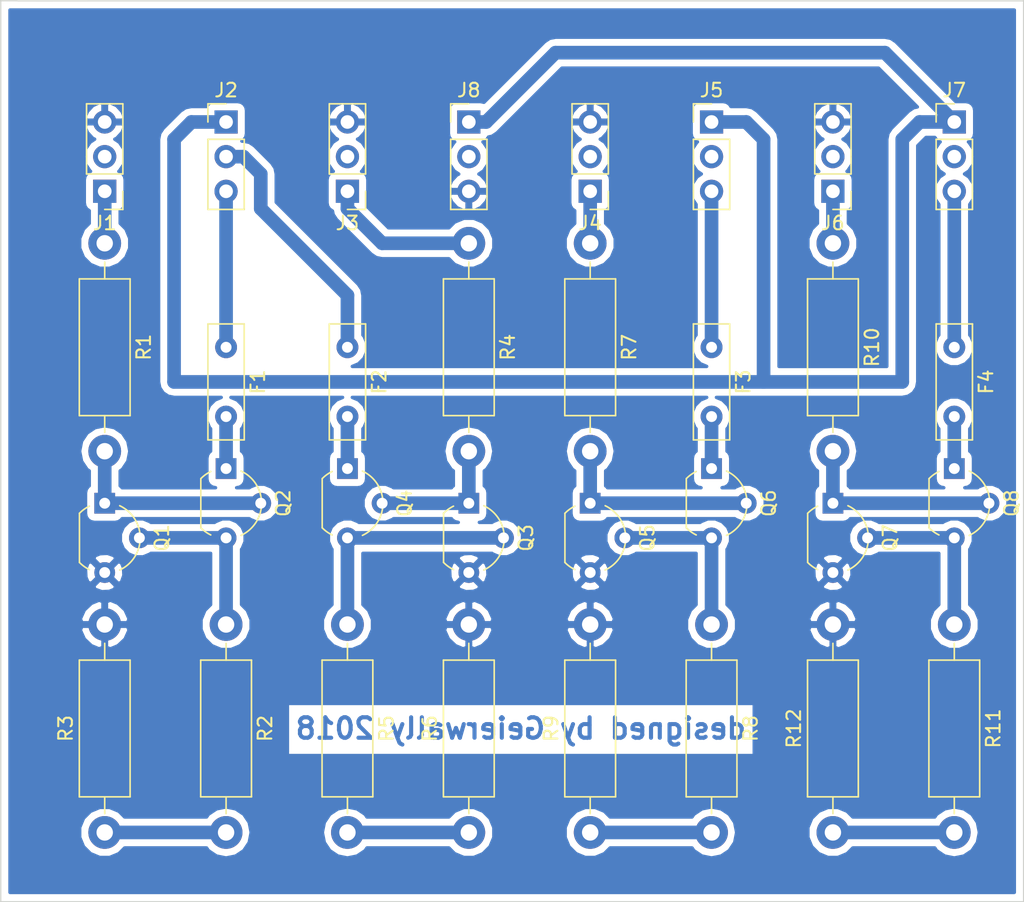
<source format=kicad_pcb>
(kicad_pcb (version 4) (host pcbnew 4.0.7)

  (general
    (links 47)
    (no_connects 0)
    (area 27.889999 21.539999 105.261429 87.680001)
    (thickness 1.6)
    (drawings 9)
    (tracks 53)
    (zones 0)
    (modules 32)
    (nets 34)
  )

  (page A4)
  (layers
    (0 F.Cu signal)
    (31 B.Cu signal)
    (33 F.Adhes user)
    (35 F.Paste user)
    (37 F.SilkS user)
    (39 F.Mask user)
    (40 Dwgs.User user)
    (41 Cmts.User user)
    (42 Eco1.User user)
    (43 Eco2.User user)
    (44 Edge.Cuts user)
    (45 Margin user)
    (47 F.CrtYd user)
    (49 F.Fab user)
  )

  (setup
    (last_trace_width 1)
    (trace_clearance 0.4)
    (zone_clearance 0.508)
    (zone_45_only yes)
    (trace_min 0.2)
    (segment_width 0.2)
    (edge_width 0.1)
    (via_size 0.6)
    (via_drill 0.4)
    (via_min_size 0.4)
    (via_min_drill 0.3)
    (blind_buried_vias_allowed yes)
    (uvia_size 0.3)
    (uvia_drill 0.1)
    (uvias_allowed no)
    (uvia_min_size 0.2)
    (uvia_min_drill 0.1)
    (pcb_text_width 0.3)
    (pcb_text_size 1.5 1.5)
    (mod_edge_width 0.15)
    (mod_text_size 1 1)
    (mod_text_width 0.15)
    (pad_size 1.5 1.5)
    (pad_drill 0.6)
    (pad_to_mask_clearance 0)
    (aux_axis_origin 0 0)
    (visible_elements 7FFCDFFF)
    (pcbplotparams
      (layerselection 0x01000_80000001)
      (usegerberextensions false)
      (excludeedgelayer true)
      (linewidth 0.100000)
      (plotframeref true)
      (viasonmask false)
      (mode 1)
      (useauxorigin false)
      (hpglpennumber 1)
      (hpglpenspeed 20)
      (hpglpendiameter 15)
      (hpglpenoverlay 2)
      (psnegative false)
      (psa4output false)
      (plotreference true)
      (plotvalue true)
      (plotinvisibletext false)
      (padsonsilk false)
      (subtractmaskfromsilk false)
      (outputformat 1)
      (mirror false)
      (drillshape 0)
      (scaleselection 1)
      (outputdirectory ""))
  )

  (net 0 "")
  (net 1 "Net-(F1-Pad1)")
  (net 2 "Net-(F1-Pad2)")
  (net 3 "Net-(F2-Pad1)")
  (net 4 "Net-(F2-Pad2)")
  (net 5 "Net-(F3-Pad1)")
  (net 6 "Net-(F3-Pad2)")
  (net 7 "Net-(F4-Pad1)")
  (net 8 "Net-(F4-Pad2)")
  (net 9 "Net-(J1-Pad1)")
  (net 10 "Net-(J1-Pad2)")
  (net 11 GND)
  (net 12 VCC)
  (net 13 "Net-(J3-Pad1)")
  (net 14 "Net-(J3-Pad2)")
  (net 15 "Net-(J4-Pad1)")
  (net 16 "Net-(J4-Pad2)")
  (net 17 "Net-(J5-Pad2)")
  (net 18 "Net-(J6-Pad1)")
  (net 19 "Net-(J6-Pad2)")
  (net 20 "Net-(J7-Pad2)")
  (net 21 "Net-(J8-Pad2)")
  (net 22 "Net-(Q1-Pad2)")
  (net 23 "Net-(Q1-Pad1)")
  (net 24 "Net-(Q3-Pad2)")
  (net 25 "Net-(Q3-Pad1)")
  (net 26 "Net-(Q5-Pad2)")
  (net 27 "Net-(Q5-Pad1)")
  (net 28 "Net-(Q7-Pad2)")
  (net 29 "Net-(Q7-Pad1)")
  (net 30 "Net-(R2-Pad2)")
  (net 31 "Net-(R5-Pad2)")
  (net 32 "Net-(R8-Pad2)")
  (net 33 "Net-(R11-Pad2)")

  (net_class Default "Dies ist die voreingestellte Netzklasse."
    (clearance 0.4)
    (trace_width 1)
    (via_dia 0.6)
    (via_drill 0.4)
    (uvia_dia 0.3)
    (uvia_drill 0.1)
    (add_net GND)
    (add_net "Net-(F1-Pad1)")
    (add_net "Net-(F1-Pad2)")
    (add_net "Net-(F2-Pad1)")
    (add_net "Net-(F2-Pad2)")
    (add_net "Net-(F3-Pad1)")
    (add_net "Net-(F3-Pad2)")
    (add_net "Net-(F4-Pad1)")
    (add_net "Net-(F4-Pad2)")
    (add_net "Net-(J1-Pad1)")
    (add_net "Net-(J1-Pad2)")
    (add_net "Net-(J3-Pad1)")
    (add_net "Net-(J3-Pad2)")
    (add_net "Net-(J4-Pad1)")
    (add_net "Net-(J4-Pad2)")
    (add_net "Net-(J5-Pad2)")
    (add_net "Net-(J6-Pad1)")
    (add_net "Net-(J6-Pad2)")
    (add_net "Net-(J7-Pad2)")
    (add_net "Net-(J8-Pad2)")
    (add_net "Net-(Q1-Pad1)")
    (add_net "Net-(Q1-Pad2)")
    (add_net "Net-(Q3-Pad1)")
    (add_net "Net-(Q3-Pad2)")
    (add_net "Net-(Q5-Pad1)")
    (add_net "Net-(Q5-Pad2)")
    (add_net "Net-(Q7-Pad1)")
    (add_net "Net-(Q7-Pad2)")
    (add_net "Net-(R11-Pad2)")
    (add_net "Net-(R2-Pad2)")
    (add_net "Net-(R5-Pad2)")
    (add_net "Net-(R8-Pad2)")
    (add_net VCC)
  )

  (module Resistors_THT:R_Box_L8.4mm_W2.5mm_P5.08mm (layer F.Cu) (tedit 5874F706) (tstamp 5A60C0A7)
    (at 44.45 46.99 270)
    (descr "Resistor, Box series, Radial, pin pitch=5.08mm, 0.5W = 1/2W, length*width=8.38*2.54mm^2, http://www.vishay.com/docs/60051/cns020.pdf")
    (tags "Resistor Box series Radial pin pitch 5.08mm 0.5W = 1/2W length 8.38mm width 2.54mm")
    (path /591C6F7B)
    (fp_text reference F1 (at 2.54 -2.33 270) (layer F.SilkS)
      (effects (font (size 1 1) (thickness 0.15)))
    )
    (fp_text value Fuse (at 2.54 2.33 270) (layer F.Fab)
      (effects (font (size 1 1) (thickness 0.15)))
    )
    (fp_line (start -1.65 -1.27) (end -1.65 1.27) (layer F.Fab) (width 0.1))
    (fp_line (start -1.65 1.27) (end 6.73 1.27) (layer F.Fab) (width 0.1))
    (fp_line (start 6.73 1.27) (end 6.73 -1.27) (layer F.Fab) (width 0.1))
    (fp_line (start 6.73 -1.27) (end -1.65 -1.27) (layer F.Fab) (width 0.1))
    (fp_line (start -1.71 -1.33) (end 6.79 -1.33) (layer F.SilkS) (width 0.12))
    (fp_line (start -1.71 1.33) (end 6.79 1.33) (layer F.SilkS) (width 0.12))
    (fp_line (start -1.71 -1.33) (end -1.71 1.33) (layer F.SilkS) (width 0.12))
    (fp_line (start 6.79 -1.33) (end 6.79 1.33) (layer F.SilkS) (width 0.12))
    (fp_line (start -2 -1.6) (end -2 1.6) (layer F.CrtYd) (width 0.05))
    (fp_line (start -2 1.6) (end 7.05 1.6) (layer F.CrtYd) (width 0.05))
    (fp_line (start 7.05 1.6) (end 7.05 -1.6) (layer F.CrtYd) (width 0.05))
    (fp_line (start 7.05 -1.6) (end -2 -1.6) (layer F.CrtYd) (width 0.05))
    (pad 1 thru_hole circle (at 0 0 270) (size 1.6 1.6) (drill 0.8) (layers *.Cu *.Mask)
      (net 1 "Net-(F1-Pad1)"))
    (pad 2 thru_hole circle (at 5.08 0 270) (size 1.6 1.6) (drill 0.8) (layers *.Cu *.Mask)
      (net 2 "Net-(F1-Pad2)"))
    (model ${KISYS3DMOD}/Resistors_THT.3dshapes/R_Box_L8.4mm_W2.5mm_P5.08mm.wrl
      (at (xyz 0 0 0))
      (scale (xyz 0.393701 0.393701 0.393701))
      (rotate (xyz 0 0 0))
    )
  )

  (module Resistors_THT:R_Box_L8.4mm_W2.5mm_P5.08mm (layer F.Cu) (tedit 5874F706) (tstamp 5A60C0AD)
    (at 53.34 46.99 270)
    (descr "Resistor, Box series, Radial, pin pitch=5.08mm, 0.5W = 1/2W, length*width=8.38*2.54mm^2, http://www.vishay.com/docs/60051/cns020.pdf")
    (tags "Resistor Box series Radial pin pitch 5.08mm 0.5W = 1/2W length 8.38mm width 2.54mm")
    (path /591C6412)
    (fp_text reference F2 (at 2.54 -2.33 270) (layer F.SilkS)
      (effects (font (size 1 1) (thickness 0.15)))
    )
    (fp_text value Fuse (at 2.54 2.33 270) (layer F.Fab)
      (effects (font (size 1 1) (thickness 0.15)))
    )
    (fp_line (start -1.65 -1.27) (end -1.65 1.27) (layer F.Fab) (width 0.1))
    (fp_line (start -1.65 1.27) (end 6.73 1.27) (layer F.Fab) (width 0.1))
    (fp_line (start 6.73 1.27) (end 6.73 -1.27) (layer F.Fab) (width 0.1))
    (fp_line (start 6.73 -1.27) (end -1.65 -1.27) (layer F.Fab) (width 0.1))
    (fp_line (start -1.71 -1.33) (end 6.79 -1.33) (layer F.SilkS) (width 0.12))
    (fp_line (start -1.71 1.33) (end 6.79 1.33) (layer F.SilkS) (width 0.12))
    (fp_line (start -1.71 -1.33) (end -1.71 1.33) (layer F.SilkS) (width 0.12))
    (fp_line (start 6.79 -1.33) (end 6.79 1.33) (layer F.SilkS) (width 0.12))
    (fp_line (start -2 -1.6) (end -2 1.6) (layer F.CrtYd) (width 0.05))
    (fp_line (start -2 1.6) (end 7.05 1.6) (layer F.CrtYd) (width 0.05))
    (fp_line (start 7.05 1.6) (end 7.05 -1.6) (layer F.CrtYd) (width 0.05))
    (fp_line (start 7.05 -1.6) (end -2 -1.6) (layer F.CrtYd) (width 0.05))
    (pad 1 thru_hole circle (at 0 0 270) (size 1.6 1.6) (drill 0.8) (layers *.Cu *.Mask)
      (net 3 "Net-(F2-Pad1)"))
    (pad 2 thru_hole circle (at 5.08 0 270) (size 1.6 1.6) (drill 0.8) (layers *.Cu *.Mask)
      (net 4 "Net-(F2-Pad2)"))
    (model ${KISYS3DMOD}/Resistors_THT.3dshapes/R_Box_L8.4mm_W2.5mm_P5.08mm.wrl
      (at (xyz 0 0 0))
      (scale (xyz 0.393701 0.393701 0.393701))
      (rotate (xyz 0 0 0))
    )
  )

  (module Resistors_THT:R_Box_L8.4mm_W2.5mm_P5.08mm (layer F.Cu) (tedit 5874F706) (tstamp 5A60C0B3)
    (at 80.01 46.99 270)
    (descr "Resistor, Box series, Radial, pin pitch=5.08mm, 0.5W = 1/2W, length*width=8.38*2.54mm^2, http://www.vishay.com/docs/60051/cns020.pdf")
    (tags "Resistor Box series Radial pin pitch 5.08mm 0.5W = 1/2W length 8.38mm width 2.54mm")
    (path /591C5BB8)
    (fp_text reference F3 (at 2.54 -2.33 270) (layer F.SilkS)
      (effects (font (size 1 1) (thickness 0.15)))
    )
    (fp_text value Fuse (at 2.54 2.33 270) (layer F.Fab)
      (effects (font (size 1 1) (thickness 0.15)))
    )
    (fp_line (start -1.65 -1.27) (end -1.65 1.27) (layer F.Fab) (width 0.1))
    (fp_line (start -1.65 1.27) (end 6.73 1.27) (layer F.Fab) (width 0.1))
    (fp_line (start 6.73 1.27) (end 6.73 -1.27) (layer F.Fab) (width 0.1))
    (fp_line (start 6.73 -1.27) (end -1.65 -1.27) (layer F.Fab) (width 0.1))
    (fp_line (start -1.71 -1.33) (end 6.79 -1.33) (layer F.SilkS) (width 0.12))
    (fp_line (start -1.71 1.33) (end 6.79 1.33) (layer F.SilkS) (width 0.12))
    (fp_line (start -1.71 -1.33) (end -1.71 1.33) (layer F.SilkS) (width 0.12))
    (fp_line (start 6.79 -1.33) (end 6.79 1.33) (layer F.SilkS) (width 0.12))
    (fp_line (start -2 -1.6) (end -2 1.6) (layer F.CrtYd) (width 0.05))
    (fp_line (start -2 1.6) (end 7.05 1.6) (layer F.CrtYd) (width 0.05))
    (fp_line (start 7.05 1.6) (end 7.05 -1.6) (layer F.CrtYd) (width 0.05))
    (fp_line (start 7.05 -1.6) (end -2 -1.6) (layer F.CrtYd) (width 0.05))
    (pad 1 thru_hole circle (at 0 0 270) (size 1.6 1.6) (drill 0.8) (layers *.Cu *.Mask)
      (net 5 "Net-(F3-Pad1)"))
    (pad 2 thru_hole circle (at 5.08 0 270) (size 1.6 1.6) (drill 0.8) (layers *.Cu *.Mask)
      (net 6 "Net-(F3-Pad2)"))
    (model ${KISYS3DMOD}/Resistors_THT.3dshapes/R_Box_L8.4mm_W2.5mm_P5.08mm.wrl
      (at (xyz 0 0 0))
      (scale (xyz 0.393701 0.393701 0.393701))
      (rotate (xyz 0 0 0))
    )
  )

  (module Resistors_THT:R_Box_L8.4mm_W2.5mm_P5.08mm (layer F.Cu) (tedit 5874F706) (tstamp 5A60C0B9)
    (at 97.79 46.99 270)
    (descr "Resistor, Box series, Radial, pin pitch=5.08mm, 0.5W = 1/2W, length*width=8.38*2.54mm^2, http://www.vishay.com/docs/60051/cns020.pdf")
    (tags "Resistor Box series Radial pin pitch 5.08mm 0.5W = 1/2W length 8.38mm width 2.54mm")
    (path /591C4FCA)
    (fp_text reference F4 (at 2.54 -2.33 270) (layer F.SilkS)
      (effects (font (size 1 1) (thickness 0.15)))
    )
    (fp_text value Fuse (at 2.54 2.33 270) (layer F.Fab)
      (effects (font (size 1 1) (thickness 0.15)))
    )
    (fp_line (start -1.65 -1.27) (end -1.65 1.27) (layer F.Fab) (width 0.1))
    (fp_line (start -1.65 1.27) (end 6.73 1.27) (layer F.Fab) (width 0.1))
    (fp_line (start 6.73 1.27) (end 6.73 -1.27) (layer F.Fab) (width 0.1))
    (fp_line (start 6.73 -1.27) (end -1.65 -1.27) (layer F.Fab) (width 0.1))
    (fp_line (start -1.71 -1.33) (end 6.79 -1.33) (layer F.SilkS) (width 0.12))
    (fp_line (start -1.71 1.33) (end 6.79 1.33) (layer F.SilkS) (width 0.12))
    (fp_line (start -1.71 -1.33) (end -1.71 1.33) (layer F.SilkS) (width 0.12))
    (fp_line (start 6.79 -1.33) (end 6.79 1.33) (layer F.SilkS) (width 0.12))
    (fp_line (start -2 -1.6) (end -2 1.6) (layer F.CrtYd) (width 0.05))
    (fp_line (start -2 1.6) (end 7.05 1.6) (layer F.CrtYd) (width 0.05))
    (fp_line (start 7.05 1.6) (end 7.05 -1.6) (layer F.CrtYd) (width 0.05))
    (fp_line (start 7.05 -1.6) (end -2 -1.6) (layer F.CrtYd) (width 0.05))
    (pad 1 thru_hole circle (at 0 0 270) (size 1.6 1.6) (drill 0.8) (layers *.Cu *.Mask)
      (net 7 "Net-(F4-Pad1)"))
    (pad 2 thru_hole circle (at 5.08 0 270) (size 1.6 1.6) (drill 0.8) (layers *.Cu *.Mask)
      (net 8 "Net-(F4-Pad2)"))
    (model ${KISYS3DMOD}/Resistors_THT.3dshapes/R_Box_L8.4mm_W2.5mm_P5.08mm.wrl
      (at (xyz 0 0 0))
      (scale (xyz 0.393701 0.393701 0.393701))
      (rotate (xyz 0 0 0))
    )
  )

  (module Socket_Strips:Socket_Strip_Straight_1x03_Pitch2.54mm (layer F.Cu) (tedit 58CD5446) (tstamp 5A60C0C0)
    (at 35.56 35.56 180)
    (descr "Through hole straight socket strip, 1x03, 2.54mm pitch, single row")
    (tags "Through hole socket strip THT 1x03 2.54mm single row")
    (path /591B4518)
    (fp_text reference J1 (at 0 -2.33 180) (layer F.SilkS)
      (effects (font (size 1 1) (thickness 0.15)))
    )
    (fp_text value CONN_01X03_MALE (at 0 7.41 180) (layer F.Fab)
      (effects (font (size 1 1) (thickness 0.15)))
    )
    (fp_line (start -1.27 -1.27) (end -1.27 6.35) (layer F.Fab) (width 0.1))
    (fp_line (start -1.27 6.35) (end 1.27 6.35) (layer F.Fab) (width 0.1))
    (fp_line (start 1.27 6.35) (end 1.27 -1.27) (layer F.Fab) (width 0.1))
    (fp_line (start 1.27 -1.27) (end -1.27 -1.27) (layer F.Fab) (width 0.1))
    (fp_line (start -1.33 1.27) (end -1.33 6.41) (layer F.SilkS) (width 0.12))
    (fp_line (start -1.33 6.41) (end 1.33 6.41) (layer F.SilkS) (width 0.12))
    (fp_line (start 1.33 6.41) (end 1.33 1.27) (layer F.SilkS) (width 0.12))
    (fp_line (start 1.33 1.27) (end -1.33 1.27) (layer F.SilkS) (width 0.12))
    (fp_line (start -1.33 0) (end -1.33 -1.33) (layer F.SilkS) (width 0.12))
    (fp_line (start -1.33 -1.33) (end 0 -1.33) (layer F.SilkS) (width 0.12))
    (fp_line (start -1.8 -1.8) (end -1.8 6.85) (layer F.CrtYd) (width 0.05))
    (fp_line (start -1.8 6.85) (end 1.8 6.85) (layer F.CrtYd) (width 0.05))
    (fp_line (start 1.8 6.85) (end 1.8 -1.8) (layer F.CrtYd) (width 0.05))
    (fp_line (start 1.8 -1.8) (end -1.8 -1.8) (layer F.CrtYd) (width 0.05))
    (fp_text user %R (at 0 -2.33 180) (layer F.Fab)
      (effects (font (size 1 1) (thickness 0.15)))
    )
    (pad 1 thru_hole rect (at 0 0 180) (size 1.7 1.7) (drill 1) (layers *.Cu *.Mask)
      (net 9 "Net-(J1-Pad1)"))
    (pad 2 thru_hole oval (at 0 2.54 180) (size 1.7 1.7) (drill 1) (layers *.Cu *.Mask)
      (net 10 "Net-(J1-Pad2)"))
    (pad 3 thru_hole oval (at 0 5.08 180) (size 1.7 1.7) (drill 1) (layers *.Cu *.Mask)
      (net 11 GND))
    (model ${KISYS3DMOD}/Socket_Strips.3dshapes/Socket_Strip_Straight_1x03_Pitch2.54mm.wrl
      (at (xyz 0 -0.1 0))
      (scale (xyz 1 1 1))
      (rotate (xyz 0 0 270))
    )
  )

  (module Socket_Strips:Socket_Strip_Straight_1x03_Pitch2.54mm (layer F.Cu) (tedit 58CD5446) (tstamp 5A60C0C7)
    (at 44.45 30.48)
    (descr "Through hole straight socket strip, 1x03, 2.54mm pitch, single row")
    (tags "Through hole socket strip THT 1x03 2.54mm single row")
    (path /591B73D1)
    (fp_text reference J2 (at 0 -2.33) (layer F.SilkS)
      (effects (font (size 1 1) (thickness 0.15)))
    )
    (fp_text value CONN_01X03_MALE (at 0 7.41) (layer F.Fab)
      (effects (font (size 1 1) (thickness 0.15)))
    )
    (fp_line (start -1.27 -1.27) (end -1.27 6.35) (layer F.Fab) (width 0.1))
    (fp_line (start -1.27 6.35) (end 1.27 6.35) (layer F.Fab) (width 0.1))
    (fp_line (start 1.27 6.35) (end 1.27 -1.27) (layer F.Fab) (width 0.1))
    (fp_line (start 1.27 -1.27) (end -1.27 -1.27) (layer F.Fab) (width 0.1))
    (fp_line (start -1.33 1.27) (end -1.33 6.41) (layer F.SilkS) (width 0.12))
    (fp_line (start -1.33 6.41) (end 1.33 6.41) (layer F.SilkS) (width 0.12))
    (fp_line (start 1.33 6.41) (end 1.33 1.27) (layer F.SilkS) (width 0.12))
    (fp_line (start 1.33 1.27) (end -1.33 1.27) (layer F.SilkS) (width 0.12))
    (fp_line (start -1.33 0) (end -1.33 -1.33) (layer F.SilkS) (width 0.12))
    (fp_line (start -1.33 -1.33) (end 0 -1.33) (layer F.SilkS) (width 0.12))
    (fp_line (start -1.8 -1.8) (end -1.8 6.85) (layer F.CrtYd) (width 0.05))
    (fp_line (start -1.8 6.85) (end 1.8 6.85) (layer F.CrtYd) (width 0.05))
    (fp_line (start 1.8 6.85) (end 1.8 -1.8) (layer F.CrtYd) (width 0.05))
    (fp_line (start 1.8 -1.8) (end -1.8 -1.8) (layer F.CrtYd) (width 0.05))
    (fp_text user %R (at 0 -2.33) (layer F.Fab)
      (effects (font (size 1 1) (thickness 0.15)))
    )
    (pad 1 thru_hole rect (at 0 0) (size 1.7 1.7) (drill 1) (layers *.Cu *.Mask)
      (net 12 VCC))
    (pad 2 thru_hole oval (at 0 2.54) (size 1.7 1.7) (drill 1) (layers *.Cu *.Mask)
      (net 3 "Net-(F2-Pad1)"))
    (pad 3 thru_hole oval (at 0 5.08) (size 1.7 1.7) (drill 1) (layers *.Cu *.Mask)
      (net 1 "Net-(F1-Pad1)"))
    (model ${KISYS3DMOD}/Socket_Strips.3dshapes/Socket_Strip_Straight_1x03_Pitch2.54mm.wrl
      (at (xyz 0 -0.1 0))
      (scale (xyz 1 1 1))
      (rotate (xyz 0 0 270))
    )
  )

  (module Socket_Strips:Socket_Strip_Straight_1x03_Pitch2.54mm (layer F.Cu) (tedit 58CD5446) (tstamp 5A60C0CE)
    (at 53.34 35.56 180)
    (descr "Through hole straight socket strip, 1x03, 2.54mm pitch, single row")
    (tags "Through hole socket strip THT 1x03 2.54mm single row")
    (path /591BD8FE)
    (fp_text reference J3 (at 0 -2.33 180) (layer F.SilkS)
      (effects (font (size 1 1) (thickness 0.15)))
    )
    (fp_text value CONN_01X03_MALE (at 0 7.41 180) (layer F.Fab)
      (effects (font (size 1 1) (thickness 0.15)))
    )
    (fp_line (start -1.27 -1.27) (end -1.27 6.35) (layer F.Fab) (width 0.1))
    (fp_line (start -1.27 6.35) (end 1.27 6.35) (layer F.Fab) (width 0.1))
    (fp_line (start 1.27 6.35) (end 1.27 -1.27) (layer F.Fab) (width 0.1))
    (fp_line (start 1.27 -1.27) (end -1.27 -1.27) (layer F.Fab) (width 0.1))
    (fp_line (start -1.33 1.27) (end -1.33 6.41) (layer F.SilkS) (width 0.12))
    (fp_line (start -1.33 6.41) (end 1.33 6.41) (layer F.SilkS) (width 0.12))
    (fp_line (start 1.33 6.41) (end 1.33 1.27) (layer F.SilkS) (width 0.12))
    (fp_line (start 1.33 1.27) (end -1.33 1.27) (layer F.SilkS) (width 0.12))
    (fp_line (start -1.33 0) (end -1.33 -1.33) (layer F.SilkS) (width 0.12))
    (fp_line (start -1.33 -1.33) (end 0 -1.33) (layer F.SilkS) (width 0.12))
    (fp_line (start -1.8 -1.8) (end -1.8 6.85) (layer F.CrtYd) (width 0.05))
    (fp_line (start -1.8 6.85) (end 1.8 6.85) (layer F.CrtYd) (width 0.05))
    (fp_line (start 1.8 6.85) (end 1.8 -1.8) (layer F.CrtYd) (width 0.05))
    (fp_line (start 1.8 -1.8) (end -1.8 -1.8) (layer F.CrtYd) (width 0.05))
    (fp_text user %R (at 0 -2.33 180) (layer F.Fab)
      (effects (font (size 1 1) (thickness 0.15)))
    )
    (pad 1 thru_hole rect (at 0 0 180) (size 1.7 1.7) (drill 1) (layers *.Cu *.Mask)
      (net 13 "Net-(J3-Pad1)"))
    (pad 2 thru_hole oval (at 0 2.54 180) (size 1.7 1.7) (drill 1) (layers *.Cu *.Mask)
      (net 14 "Net-(J3-Pad2)"))
    (pad 3 thru_hole oval (at 0 5.08 180) (size 1.7 1.7) (drill 1) (layers *.Cu *.Mask)
      (net 11 GND))
    (model ${KISYS3DMOD}/Socket_Strips.3dshapes/Socket_Strip_Straight_1x03_Pitch2.54mm.wrl
      (at (xyz 0 -0.1 0))
      (scale (xyz 1 1 1))
      (rotate (xyz 0 0 270))
    )
  )

  (module Socket_Strips:Socket_Strip_Straight_1x03_Pitch2.54mm (layer F.Cu) (tedit 58CD5446) (tstamp 5A60C0D5)
    (at 71.12 35.56 180)
    (descr "Through hole straight socket strip, 1x03, 2.54mm pitch, single row")
    (tags "Through hole socket strip THT 1x03 2.54mm single row")
    (path /591BE70F)
    (fp_text reference J4 (at 0 -2.33 180) (layer F.SilkS)
      (effects (font (size 1 1) (thickness 0.15)))
    )
    (fp_text value CONN_01X03_MALE (at 0 7.41 180) (layer F.Fab)
      (effects (font (size 1 1) (thickness 0.15)))
    )
    (fp_line (start -1.27 -1.27) (end -1.27 6.35) (layer F.Fab) (width 0.1))
    (fp_line (start -1.27 6.35) (end 1.27 6.35) (layer F.Fab) (width 0.1))
    (fp_line (start 1.27 6.35) (end 1.27 -1.27) (layer F.Fab) (width 0.1))
    (fp_line (start 1.27 -1.27) (end -1.27 -1.27) (layer F.Fab) (width 0.1))
    (fp_line (start -1.33 1.27) (end -1.33 6.41) (layer F.SilkS) (width 0.12))
    (fp_line (start -1.33 6.41) (end 1.33 6.41) (layer F.SilkS) (width 0.12))
    (fp_line (start 1.33 6.41) (end 1.33 1.27) (layer F.SilkS) (width 0.12))
    (fp_line (start 1.33 1.27) (end -1.33 1.27) (layer F.SilkS) (width 0.12))
    (fp_line (start -1.33 0) (end -1.33 -1.33) (layer F.SilkS) (width 0.12))
    (fp_line (start -1.33 -1.33) (end 0 -1.33) (layer F.SilkS) (width 0.12))
    (fp_line (start -1.8 -1.8) (end -1.8 6.85) (layer F.CrtYd) (width 0.05))
    (fp_line (start -1.8 6.85) (end 1.8 6.85) (layer F.CrtYd) (width 0.05))
    (fp_line (start 1.8 6.85) (end 1.8 -1.8) (layer F.CrtYd) (width 0.05))
    (fp_line (start 1.8 -1.8) (end -1.8 -1.8) (layer F.CrtYd) (width 0.05))
    (fp_text user %R (at 0 -2.33 180) (layer F.Fab)
      (effects (font (size 1 1) (thickness 0.15)))
    )
    (pad 1 thru_hole rect (at 0 0 180) (size 1.7 1.7) (drill 1) (layers *.Cu *.Mask)
      (net 15 "Net-(J4-Pad1)"))
    (pad 2 thru_hole oval (at 0 2.54 180) (size 1.7 1.7) (drill 1) (layers *.Cu *.Mask)
      (net 16 "Net-(J4-Pad2)"))
    (pad 3 thru_hole oval (at 0 5.08 180) (size 1.7 1.7) (drill 1) (layers *.Cu *.Mask)
      (net 11 GND))
    (model ${KISYS3DMOD}/Socket_Strips.3dshapes/Socket_Strip_Straight_1x03_Pitch2.54mm.wrl
      (at (xyz 0 -0.1 0))
      (scale (xyz 1 1 1))
      (rotate (xyz 0 0 270))
    )
  )

  (module Socket_Strips:Socket_Strip_Straight_1x03_Pitch2.54mm (layer F.Cu) (tedit 58CD5446) (tstamp 5A60C0DC)
    (at 80.01 30.48)
    (descr "Through hole straight socket strip, 1x03, 2.54mm pitch, single row")
    (tags "Through hole socket strip THT 1x03 2.54mm single row")
    (path /591C32B4)
    (fp_text reference J5 (at 0 -2.33) (layer F.SilkS)
      (effects (font (size 1 1) (thickness 0.15)))
    )
    (fp_text value CONN_01X03_MALE (at 0 7.41) (layer F.Fab)
      (effects (font (size 1 1) (thickness 0.15)))
    )
    (fp_line (start -1.27 -1.27) (end -1.27 6.35) (layer F.Fab) (width 0.1))
    (fp_line (start -1.27 6.35) (end 1.27 6.35) (layer F.Fab) (width 0.1))
    (fp_line (start 1.27 6.35) (end 1.27 -1.27) (layer F.Fab) (width 0.1))
    (fp_line (start 1.27 -1.27) (end -1.27 -1.27) (layer F.Fab) (width 0.1))
    (fp_line (start -1.33 1.27) (end -1.33 6.41) (layer F.SilkS) (width 0.12))
    (fp_line (start -1.33 6.41) (end 1.33 6.41) (layer F.SilkS) (width 0.12))
    (fp_line (start 1.33 6.41) (end 1.33 1.27) (layer F.SilkS) (width 0.12))
    (fp_line (start 1.33 1.27) (end -1.33 1.27) (layer F.SilkS) (width 0.12))
    (fp_line (start -1.33 0) (end -1.33 -1.33) (layer F.SilkS) (width 0.12))
    (fp_line (start -1.33 -1.33) (end 0 -1.33) (layer F.SilkS) (width 0.12))
    (fp_line (start -1.8 -1.8) (end -1.8 6.85) (layer F.CrtYd) (width 0.05))
    (fp_line (start -1.8 6.85) (end 1.8 6.85) (layer F.CrtYd) (width 0.05))
    (fp_line (start 1.8 6.85) (end 1.8 -1.8) (layer F.CrtYd) (width 0.05))
    (fp_line (start 1.8 -1.8) (end -1.8 -1.8) (layer F.CrtYd) (width 0.05))
    (fp_text user %R (at 0 -2.33) (layer F.Fab)
      (effects (font (size 1 1) (thickness 0.15)))
    )
    (pad 1 thru_hole rect (at 0 0) (size 1.7 1.7) (drill 1) (layers *.Cu *.Mask)
      (net 12 VCC))
    (pad 2 thru_hole oval (at 0 2.54) (size 1.7 1.7) (drill 1) (layers *.Cu *.Mask)
      (net 17 "Net-(J5-Pad2)"))
    (pad 3 thru_hole oval (at 0 5.08) (size 1.7 1.7) (drill 1) (layers *.Cu *.Mask)
      (net 5 "Net-(F3-Pad1)"))
    (model ${KISYS3DMOD}/Socket_Strips.3dshapes/Socket_Strip_Straight_1x03_Pitch2.54mm.wrl
      (at (xyz 0 -0.1 0))
      (scale (xyz 1 1 1))
      (rotate (xyz 0 0 270))
    )
  )

  (module Socket_Strips:Socket_Strip_Straight_1x03_Pitch2.54mm (layer F.Cu) (tedit 58CD5446) (tstamp 5A60C0E3)
    (at 88.9 35.56 180)
    (descr "Through hole straight socket strip, 1x03, 2.54mm pitch, single row")
    (tags "Through hole socket strip THT 1x03 2.54mm single row")
    (path /591C3C82)
    (fp_text reference J6 (at 0 -2.33 180) (layer F.SilkS)
      (effects (font (size 1 1) (thickness 0.15)))
    )
    (fp_text value CONN_01X03_MALE (at 0 7.41 180) (layer F.Fab)
      (effects (font (size 1 1) (thickness 0.15)))
    )
    (fp_line (start -1.27 -1.27) (end -1.27 6.35) (layer F.Fab) (width 0.1))
    (fp_line (start -1.27 6.35) (end 1.27 6.35) (layer F.Fab) (width 0.1))
    (fp_line (start 1.27 6.35) (end 1.27 -1.27) (layer F.Fab) (width 0.1))
    (fp_line (start 1.27 -1.27) (end -1.27 -1.27) (layer F.Fab) (width 0.1))
    (fp_line (start -1.33 1.27) (end -1.33 6.41) (layer F.SilkS) (width 0.12))
    (fp_line (start -1.33 6.41) (end 1.33 6.41) (layer F.SilkS) (width 0.12))
    (fp_line (start 1.33 6.41) (end 1.33 1.27) (layer F.SilkS) (width 0.12))
    (fp_line (start 1.33 1.27) (end -1.33 1.27) (layer F.SilkS) (width 0.12))
    (fp_line (start -1.33 0) (end -1.33 -1.33) (layer F.SilkS) (width 0.12))
    (fp_line (start -1.33 -1.33) (end 0 -1.33) (layer F.SilkS) (width 0.12))
    (fp_line (start -1.8 -1.8) (end -1.8 6.85) (layer F.CrtYd) (width 0.05))
    (fp_line (start -1.8 6.85) (end 1.8 6.85) (layer F.CrtYd) (width 0.05))
    (fp_line (start 1.8 6.85) (end 1.8 -1.8) (layer F.CrtYd) (width 0.05))
    (fp_line (start 1.8 -1.8) (end -1.8 -1.8) (layer F.CrtYd) (width 0.05))
    (fp_text user %R (at 0 -2.33 180) (layer F.Fab)
      (effects (font (size 1 1) (thickness 0.15)))
    )
    (pad 1 thru_hole rect (at 0 0 180) (size 1.7 1.7) (drill 1) (layers *.Cu *.Mask)
      (net 18 "Net-(J6-Pad1)"))
    (pad 2 thru_hole oval (at 0 2.54 180) (size 1.7 1.7) (drill 1) (layers *.Cu *.Mask)
      (net 19 "Net-(J6-Pad2)"))
    (pad 3 thru_hole oval (at 0 5.08 180) (size 1.7 1.7) (drill 1) (layers *.Cu *.Mask)
      (net 11 GND))
    (model ${KISYS3DMOD}/Socket_Strips.3dshapes/Socket_Strip_Straight_1x03_Pitch2.54mm.wrl
      (at (xyz 0 -0.1 0))
      (scale (xyz 1 1 1))
      (rotate (xyz 0 0 270))
    )
  )

  (module Socket_Strips:Socket_Strip_Straight_1x03_Pitch2.54mm (layer F.Cu) (tedit 58CD5446) (tstamp 5A60C0EA)
    (at 97.79 30.48)
    (descr "Through hole straight socket strip, 1x03, 2.54mm pitch, single row")
    (tags "Through hole socket strip THT 1x03 2.54mm single row")
    (path /591C3FD7)
    (fp_text reference J7 (at 0 -2.33) (layer F.SilkS)
      (effects (font (size 1 1) (thickness 0.15)))
    )
    (fp_text value CONN_01X03_MALE (at 0 7.41) (layer F.Fab)
      (effects (font (size 1 1) (thickness 0.15)))
    )
    (fp_line (start -1.27 -1.27) (end -1.27 6.35) (layer F.Fab) (width 0.1))
    (fp_line (start -1.27 6.35) (end 1.27 6.35) (layer F.Fab) (width 0.1))
    (fp_line (start 1.27 6.35) (end 1.27 -1.27) (layer F.Fab) (width 0.1))
    (fp_line (start 1.27 -1.27) (end -1.27 -1.27) (layer F.Fab) (width 0.1))
    (fp_line (start -1.33 1.27) (end -1.33 6.41) (layer F.SilkS) (width 0.12))
    (fp_line (start -1.33 6.41) (end 1.33 6.41) (layer F.SilkS) (width 0.12))
    (fp_line (start 1.33 6.41) (end 1.33 1.27) (layer F.SilkS) (width 0.12))
    (fp_line (start 1.33 1.27) (end -1.33 1.27) (layer F.SilkS) (width 0.12))
    (fp_line (start -1.33 0) (end -1.33 -1.33) (layer F.SilkS) (width 0.12))
    (fp_line (start -1.33 -1.33) (end 0 -1.33) (layer F.SilkS) (width 0.12))
    (fp_line (start -1.8 -1.8) (end -1.8 6.85) (layer F.CrtYd) (width 0.05))
    (fp_line (start -1.8 6.85) (end 1.8 6.85) (layer F.CrtYd) (width 0.05))
    (fp_line (start 1.8 6.85) (end 1.8 -1.8) (layer F.CrtYd) (width 0.05))
    (fp_line (start 1.8 -1.8) (end -1.8 -1.8) (layer F.CrtYd) (width 0.05))
    (fp_text user %R (at 0 -2.33) (layer F.Fab)
      (effects (font (size 1 1) (thickness 0.15)))
    )
    (pad 1 thru_hole rect (at 0 0) (size 1.7 1.7) (drill 1) (layers *.Cu *.Mask)
      (net 12 VCC))
    (pad 2 thru_hole oval (at 0 2.54) (size 1.7 1.7) (drill 1) (layers *.Cu *.Mask)
      (net 20 "Net-(J7-Pad2)"))
    (pad 3 thru_hole oval (at 0 5.08) (size 1.7 1.7) (drill 1) (layers *.Cu *.Mask)
      (net 7 "Net-(F4-Pad1)"))
    (model ${KISYS3DMOD}/Socket_Strips.3dshapes/Socket_Strip_Straight_1x03_Pitch2.54mm.wrl
      (at (xyz 0 -0.1 0))
      (scale (xyz 1 1 1))
      (rotate (xyz 0 0 270))
    )
  )

  (module Socket_Strips:Socket_Strip_Straight_1x03_Pitch2.54mm (layer F.Cu) (tedit 58CD5446) (tstamp 5A60C0F1)
    (at 62.23 30.48)
    (descr "Through hole straight socket strip, 1x03, 2.54mm pitch, single row")
    (tags "Through hole socket strip THT 1x03 2.54mm single row")
    (path /591C717A)
    (fp_text reference J8 (at 0 -2.33) (layer F.SilkS)
      (effects (font (size 1 1) (thickness 0.15)))
    )
    (fp_text value CONN_01X03_MALE (at 0 7.41) (layer F.Fab)
      (effects (font (size 1 1) (thickness 0.15)))
    )
    (fp_line (start -1.27 -1.27) (end -1.27 6.35) (layer F.Fab) (width 0.1))
    (fp_line (start -1.27 6.35) (end 1.27 6.35) (layer F.Fab) (width 0.1))
    (fp_line (start 1.27 6.35) (end 1.27 -1.27) (layer F.Fab) (width 0.1))
    (fp_line (start 1.27 -1.27) (end -1.27 -1.27) (layer F.Fab) (width 0.1))
    (fp_line (start -1.33 1.27) (end -1.33 6.41) (layer F.SilkS) (width 0.12))
    (fp_line (start -1.33 6.41) (end 1.33 6.41) (layer F.SilkS) (width 0.12))
    (fp_line (start 1.33 6.41) (end 1.33 1.27) (layer F.SilkS) (width 0.12))
    (fp_line (start 1.33 1.27) (end -1.33 1.27) (layer F.SilkS) (width 0.12))
    (fp_line (start -1.33 0) (end -1.33 -1.33) (layer F.SilkS) (width 0.12))
    (fp_line (start -1.33 -1.33) (end 0 -1.33) (layer F.SilkS) (width 0.12))
    (fp_line (start -1.8 -1.8) (end -1.8 6.85) (layer F.CrtYd) (width 0.05))
    (fp_line (start -1.8 6.85) (end 1.8 6.85) (layer F.CrtYd) (width 0.05))
    (fp_line (start 1.8 6.85) (end 1.8 -1.8) (layer F.CrtYd) (width 0.05))
    (fp_line (start 1.8 -1.8) (end -1.8 -1.8) (layer F.CrtYd) (width 0.05))
    (fp_text user %R (at 0 -2.33) (layer F.Fab)
      (effects (font (size 1 1) (thickness 0.15)))
    )
    (pad 1 thru_hole rect (at 0 0) (size 1.7 1.7) (drill 1) (layers *.Cu *.Mask)
      (net 12 VCC))
    (pad 2 thru_hole oval (at 0 2.54) (size 1.7 1.7) (drill 1) (layers *.Cu *.Mask)
      (net 21 "Net-(J8-Pad2)"))
    (pad 3 thru_hole oval (at 0 5.08) (size 1.7 1.7) (drill 1) (layers *.Cu *.Mask)
      (net 11 GND))
    (model ${KISYS3DMOD}/Socket_Strips.3dshapes/Socket_Strip_Straight_1x03_Pitch2.54mm.wrl
      (at (xyz 0 -0.1 0))
      (scale (xyz 1 1 1))
      (rotate (xyz 0 0 270))
    )
  )

  (module Resistors_THT:R_Axial_DIN0411_L9.9mm_D3.6mm_P15.24mm_Horizontal (layer F.Cu) (tedit 5874F706) (tstamp 5A60C135)
    (at 44.45 67.31 270)
    (descr "Resistor, Axial_DIN0411 series, Axial, Horizontal, pin pitch=15.24mm, 1W = 1/1W, length*diameter=9.9*3.6mm^2")
    (tags "Resistor Axial_DIN0411 series Axial Horizontal pin pitch 15.24mm 1W = 1/1W length 9.9mm diameter 3.6mm")
    (path /591A4F3D)
    (fp_text reference R2 (at 7.62 -2.86 270) (layer F.SilkS)
      (effects (font (size 1 1) (thickness 0.15)))
    )
    (fp_text value R (at 7.62 2.86 270) (layer F.Fab)
      (effects (font (size 1 1) (thickness 0.15)))
    )
    (fp_line (start 2.67 -1.8) (end 2.67 1.8) (layer F.Fab) (width 0.1))
    (fp_line (start 2.67 1.8) (end 12.57 1.8) (layer F.Fab) (width 0.1))
    (fp_line (start 12.57 1.8) (end 12.57 -1.8) (layer F.Fab) (width 0.1))
    (fp_line (start 12.57 -1.8) (end 2.67 -1.8) (layer F.Fab) (width 0.1))
    (fp_line (start 0 0) (end 2.67 0) (layer F.Fab) (width 0.1))
    (fp_line (start 15.24 0) (end 12.57 0) (layer F.Fab) (width 0.1))
    (fp_line (start 2.61 -1.86) (end 2.61 1.86) (layer F.SilkS) (width 0.12))
    (fp_line (start 2.61 1.86) (end 12.63 1.86) (layer F.SilkS) (width 0.12))
    (fp_line (start 12.63 1.86) (end 12.63 -1.86) (layer F.SilkS) (width 0.12))
    (fp_line (start 12.63 -1.86) (end 2.61 -1.86) (layer F.SilkS) (width 0.12))
    (fp_line (start 1.38 0) (end 2.61 0) (layer F.SilkS) (width 0.12))
    (fp_line (start 13.86 0) (end 12.63 0) (layer F.SilkS) (width 0.12))
    (fp_line (start -1.45 -2.15) (end -1.45 2.15) (layer F.CrtYd) (width 0.05))
    (fp_line (start -1.45 2.15) (end 16.7 2.15) (layer F.CrtYd) (width 0.05))
    (fp_line (start 16.7 2.15) (end 16.7 -2.15) (layer F.CrtYd) (width 0.05))
    (fp_line (start 16.7 -2.15) (end -1.45 -2.15) (layer F.CrtYd) (width 0.05))
    (pad 1 thru_hole circle (at 0 0 270) (size 2.4 2.4) (drill 1.2) (layers *.Cu *.Mask)
      (net 22 "Net-(Q1-Pad2)"))
    (pad 2 thru_hole oval (at 15.24 0 270) (size 2.4 2.4) (drill 1.2) (layers *.Cu *.Mask)
      (net 30 "Net-(R2-Pad2)"))
    (model ${KISYS3DMOD}/Resistors_THT.3dshapes/R_Axial_DIN0411_L9.9mm_D3.6mm_P15.24mm_Horizontal.wrl
      (at (xyz 0 0 0))
      (scale (xyz 0.393701 0.393701 0.393701))
      (rotate (xyz 0 0 0))
    )
  )

  (module Resistors_THT:R_Axial_DIN0411_L9.9mm_D3.6mm_P15.24mm_Horizontal (layer F.Cu) (tedit 5874F706) (tstamp 5A60C13B)
    (at 35.56 82.55 90)
    (descr "Resistor, Axial_DIN0411 series, Axial, Horizontal, pin pitch=15.24mm, 1W = 1/1W, length*diameter=9.9*3.6mm^2")
    (tags "Resistor Axial_DIN0411 series Axial Horizontal pin pitch 15.24mm 1W = 1/1W length 9.9mm diameter 3.6mm")
    (path /591A7F77)
    (fp_text reference R3 (at 7.62 -2.86 90) (layer F.SilkS)
      (effects (font (size 1 1) (thickness 0.15)))
    )
    (fp_text value R (at 7.62 2.86 90) (layer F.Fab)
      (effects (font (size 1 1) (thickness 0.15)))
    )
    (fp_line (start 2.67 -1.8) (end 2.67 1.8) (layer F.Fab) (width 0.1))
    (fp_line (start 2.67 1.8) (end 12.57 1.8) (layer F.Fab) (width 0.1))
    (fp_line (start 12.57 1.8) (end 12.57 -1.8) (layer F.Fab) (width 0.1))
    (fp_line (start 12.57 -1.8) (end 2.67 -1.8) (layer F.Fab) (width 0.1))
    (fp_line (start 0 0) (end 2.67 0) (layer F.Fab) (width 0.1))
    (fp_line (start 15.24 0) (end 12.57 0) (layer F.Fab) (width 0.1))
    (fp_line (start 2.61 -1.86) (end 2.61 1.86) (layer F.SilkS) (width 0.12))
    (fp_line (start 2.61 1.86) (end 12.63 1.86) (layer F.SilkS) (width 0.12))
    (fp_line (start 12.63 1.86) (end 12.63 -1.86) (layer F.SilkS) (width 0.12))
    (fp_line (start 12.63 -1.86) (end 2.61 -1.86) (layer F.SilkS) (width 0.12))
    (fp_line (start 1.38 0) (end 2.61 0) (layer F.SilkS) (width 0.12))
    (fp_line (start 13.86 0) (end 12.63 0) (layer F.SilkS) (width 0.12))
    (fp_line (start -1.45 -2.15) (end -1.45 2.15) (layer F.CrtYd) (width 0.05))
    (fp_line (start -1.45 2.15) (end 16.7 2.15) (layer F.CrtYd) (width 0.05))
    (fp_line (start 16.7 2.15) (end 16.7 -2.15) (layer F.CrtYd) (width 0.05))
    (fp_line (start 16.7 -2.15) (end -1.45 -2.15) (layer F.CrtYd) (width 0.05))
    (pad 1 thru_hole circle (at 0 0 90) (size 2.4 2.4) (drill 1.2) (layers *.Cu *.Mask)
      (net 30 "Net-(R2-Pad2)"))
    (pad 2 thru_hole oval (at 15.24 0 90) (size 2.4 2.4) (drill 1.2) (layers *.Cu *.Mask)
      (net 11 GND))
    (model ${KISYS3DMOD}/Resistors_THT.3dshapes/R_Axial_DIN0411_L9.9mm_D3.6mm_P15.24mm_Horizontal.wrl
      (at (xyz 0 0 0))
      (scale (xyz 0.393701 0.393701 0.393701))
      (rotate (xyz 0 0 0))
    )
  )

  (module Resistors_THT:R_Axial_DIN0411_L9.9mm_D3.6mm_P15.24mm_Horizontal (layer F.Cu) (tedit 5874F706) (tstamp 5A60C141)
    (at 62.23 39.37 270)
    (descr "Resistor, Axial_DIN0411 series, Axial, Horizontal, pin pitch=15.24mm, 1W = 1/1W, length*diameter=9.9*3.6mm^2")
    (tags "Resistor Axial_DIN0411 series Axial Horizontal pin pitch 15.24mm 1W = 1/1W length 9.9mm diameter 3.6mm")
    (path /591AA258)
    (fp_text reference R4 (at 7.62 -2.86 270) (layer F.SilkS)
      (effects (font (size 1 1) (thickness 0.15)))
    )
    (fp_text value 3K3 (at 7.62 2.86 270) (layer F.Fab)
      (effects (font (size 1 1) (thickness 0.15)))
    )
    (fp_line (start 2.67 -1.8) (end 2.67 1.8) (layer F.Fab) (width 0.1))
    (fp_line (start 2.67 1.8) (end 12.57 1.8) (layer F.Fab) (width 0.1))
    (fp_line (start 12.57 1.8) (end 12.57 -1.8) (layer F.Fab) (width 0.1))
    (fp_line (start 12.57 -1.8) (end 2.67 -1.8) (layer F.Fab) (width 0.1))
    (fp_line (start 0 0) (end 2.67 0) (layer F.Fab) (width 0.1))
    (fp_line (start 15.24 0) (end 12.57 0) (layer F.Fab) (width 0.1))
    (fp_line (start 2.61 -1.86) (end 2.61 1.86) (layer F.SilkS) (width 0.12))
    (fp_line (start 2.61 1.86) (end 12.63 1.86) (layer F.SilkS) (width 0.12))
    (fp_line (start 12.63 1.86) (end 12.63 -1.86) (layer F.SilkS) (width 0.12))
    (fp_line (start 12.63 -1.86) (end 2.61 -1.86) (layer F.SilkS) (width 0.12))
    (fp_line (start 1.38 0) (end 2.61 0) (layer F.SilkS) (width 0.12))
    (fp_line (start 13.86 0) (end 12.63 0) (layer F.SilkS) (width 0.12))
    (fp_line (start -1.45 -2.15) (end -1.45 2.15) (layer F.CrtYd) (width 0.05))
    (fp_line (start -1.45 2.15) (end 16.7 2.15) (layer F.CrtYd) (width 0.05))
    (fp_line (start 16.7 2.15) (end 16.7 -2.15) (layer F.CrtYd) (width 0.05))
    (fp_line (start 16.7 -2.15) (end -1.45 -2.15) (layer F.CrtYd) (width 0.05))
    (pad 1 thru_hole circle (at 0 0 270) (size 2.4 2.4) (drill 1.2) (layers *.Cu *.Mask)
      (net 13 "Net-(J3-Pad1)"))
    (pad 2 thru_hole oval (at 15.24 0 270) (size 2.4 2.4) (drill 1.2) (layers *.Cu *.Mask)
      (net 25 "Net-(Q3-Pad1)"))
    (model ${KISYS3DMOD}/Resistors_THT.3dshapes/R_Axial_DIN0411_L9.9mm_D3.6mm_P15.24mm_Horizontal.wrl
      (at (xyz 0 0 0))
      (scale (xyz 0.393701 0.393701 0.393701))
      (rotate (xyz 0 0 0))
    )
  )

  (module Resistors_THT:R_Axial_DIN0411_L9.9mm_D3.6mm_P15.24mm_Horizontal (layer F.Cu) (tedit 5874F706) (tstamp 5A60C147)
    (at 53.34 67.31 270)
    (descr "Resistor, Axial_DIN0411 series, Axial, Horizontal, pin pitch=15.24mm, 1W = 1/1W, length*diameter=9.9*3.6mm^2")
    (tags "Resistor Axial_DIN0411 series Axial Horizontal pin pitch 15.24mm 1W = 1/1W length 9.9mm diameter 3.6mm")
    (path /591AA252)
    (fp_text reference R5 (at 7.62 -2.86 270) (layer F.SilkS)
      (effects (font (size 1 1) (thickness 0.15)))
    )
    (fp_text value R (at 7.62 2.86 270) (layer F.Fab)
      (effects (font (size 1 1) (thickness 0.15)))
    )
    (fp_line (start 2.67 -1.8) (end 2.67 1.8) (layer F.Fab) (width 0.1))
    (fp_line (start 2.67 1.8) (end 12.57 1.8) (layer F.Fab) (width 0.1))
    (fp_line (start 12.57 1.8) (end 12.57 -1.8) (layer F.Fab) (width 0.1))
    (fp_line (start 12.57 -1.8) (end 2.67 -1.8) (layer F.Fab) (width 0.1))
    (fp_line (start 0 0) (end 2.67 0) (layer F.Fab) (width 0.1))
    (fp_line (start 15.24 0) (end 12.57 0) (layer F.Fab) (width 0.1))
    (fp_line (start 2.61 -1.86) (end 2.61 1.86) (layer F.SilkS) (width 0.12))
    (fp_line (start 2.61 1.86) (end 12.63 1.86) (layer F.SilkS) (width 0.12))
    (fp_line (start 12.63 1.86) (end 12.63 -1.86) (layer F.SilkS) (width 0.12))
    (fp_line (start 12.63 -1.86) (end 2.61 -1.86) (layer F.SilkS) (width 0.12))
    (fp_line (start 1.38 0) (end 2.61 0) (layer F.SilkS) (width 0.12))
    (fp_line (start 13.86 0) (end 12.63 0) (layer F.SilkS) (width 0.12))
    (fp_line (start -1.45 -2.15) (end -1.45 2.15) (layer F.CrtYd) (width 0.05))
    (fp_line (start -1.45 2.15) (end 16.7 2.15) (layer F.CrtYd) (width 0.05))
    (fp_line (start 16.7 2.15) (end 16.7 -2.15) (layer F.CrtYd) (width 0.05))
    (fp_line (start 16.7 -2.15) (end -1.45 -2.15) (layer F.CrtYd) (width 0.05))
    (pad 1 thru_hole circle (at 0 0 270) (size 2.4 2.4) (drill 1.2) (layers *.Cu *.Mask)
      (net 24 "Net-(Q3-Pad2)"))
    (pad 2 thru_hole oval (at 15.24 0 270) (size 2.4 2.4) (drill 1.2) (layers *.Cu *.Mask)
      (net 31 "Net-(R5-Pad2)"))
    (model ${KISYS3DMOD}/Resistors_THT.3dshapes/R_Axial_DIN0411_L9.9mm_D3.6mm_P15.24mm_Horizontal.wrl
      (at (xyz 0 0 0))
      (scale (xyz 0.393701 0.393701 0.393701))
      (rotate (xyz 0 0 0))
    )
  )

  (module Resistors_THT:R_Axial_DIN0411_L9.9mm_D3.6mm_P15.24mm_Horizontal (layer F.Cu) (tedit 5874F706) (tstamp 5A60C14D)
    (at 62.23 82.55 90)
    (descr "Resistor, Axial_DIN0411 series, Axial, Horizontal, pin pitch=15.24mm, 1W = 1/1W, length*diameter=9.9*3.6mm^2")
    (tags "Resistor Axial_DIN0411 series Axial Horizontal pin pitch 15.24mm 1W = 1/1W length 9.9mm diameter 3.6mm")
    (path /591AA279)
    (fp_text reference R6 (at 7.62 -2.86 90) (layer F.SilkS)
      (effects (font (size 1 1) (thickness 0.15)))
    )
    (fp_text value R (at 7.62 2.86 90) (layer F.Fab)
      (effects (font (size 1 1) (thickness 0.15)))
    )
    (fp_line (start 2.67 -1.8) (end 2.67 1.8) (layer F.Fab) (width 0.1))
    (fp_line (start 2.67 1.8) (end 12.57 1.8) (layer F.Fab) (width 0.1))
    (fp_line (start 12.57 1.8) (end 12.57 -1.8) (layer F.Fab) (width 0.1))
    (fp_line (start 12.57 -1.8) (end 2.67 -1.8) (layer F.Fab) (width 0.1))
    (fp_line (start 0 0) (end 2.67 0) (layer F.Fab) (width 0.1))
    (fp_line (start 15.24 0) (end 12.57 0) (layer F.Fab) (width 0.1))
    (fp_line (start 2.61 -1.86) (end 2.61 1.86) (layer F.SilkS) (width 0.12))
    (fp_line (start 2.61 1.86) (end 12.63 1.86) (layer F.SilkS) (width 0.12))
    (fp_line (start 12.63 1.86) (end 12.63 -1.86) (layer F.SilkS) (width 0.12))
    (fp_line (start 12.63 -1.86) (end 2.61 -1.86) (layer F.SilkS) (width 0.12))
    (fp_line (start 1.38 0) (end 2.61 0) (layer F.SilkS) (width 0.12))
    (fp_line (start 13.86 0) (end 12.63 0) (layer F.SilkS) (width 0.12))
    (fp_line (start -1.45 -2.15) (end -1.45 2.15) (layer F.CrtYd) (width 0.05))
    (fp_line (start -1.45 2.15) (end 16.7 2.15) (layer F.CrtYd) (width 0.05))
    (fp_line (start 16.7 2.15) (end 16.7 -2.15) (layer F.CrtYd) (width 0.05))
    (fp_line (start 16.7 -2.15) (end -1.45 -2.15) (layer F.CrtYd) (width 0.05))
    (pad 1 thru_hole circle (at 0 0 90) (size 2.4 2.4) (drill 1.2) (layers *.Cu *.Mask)
      (net 31 "Net-(R5-Pad2)"))
    (pad 2 thru_hole oval (at 15.24 0 90) (size 2.4 2.4) (drill 1.2) (layers *.Cu *.Mask)
      (net 11 GND))
    (model ${KISYS3DMOD}/Resistors_THT.3dshapes/R_Axial_DIN0411_L9.9mm_D3.6mm_P15.24mm_Horizontal.wrl
      (at (xyz 0 0 0))
      (scale (xyz 0.393701 0.393701 0.393701))
      (rotate (xyz 0 0 0))
    )
  )

  (module Resistors_THT:R_Axial_DIN0411_L9.9mm_D3.6mm_P15.24mm_Horizontal (layer F.Cu) (tedit 5874F706) (tstamp 5A60C153)
    (at 71.12 39.37 270)
    (descr "Resistor, Axial_DIN0411 series, Axial, Horizontal, pin pitch=15.24mm, 1W = 1/1W, length*diameter=9.9*3.6mm^2")
    (tags "Resistor Axial_DIN0411 series Axial Horizontal pin pitch 15.24mm 1W = 1/1W length 9.9mm diameter 3.6mm")
    (path /591AA45E)
    (fp_text reference R7 (at 7.62 -2.86 270) (layer F.SilkS)
      (effects (font (size 1 1) (thickness 0.15)))
    )
    (fp_text value 3K3 (at 7.62 2.86 270) (layer F.Fab)
      (effects (font (size 1 1) (thickness 0.15)))
    )
    (fp_line (start 2.67 -1.8) (end 2.67 1.8) (layer F.Fab) (width 0.1))
    (fp_line (start 2.67 1.8) (end 12.57 1.8) (layer F.Fab) (width 0.1))
    (fp_line (start 12.57 1.8) (end 12.57 -1.8) (layer F.Fab) (width 0.1))
    (fp_line (start 12.57 -1.8) (end 2.67 -1.8) (layer F.Fab) (width 0.1))
    (fp_line (start 0 0) (end 2.67 0) (layer F.Fab) (width 0.1))
    (fp_line (start 15.24 0) (end 12.57 0) (layer F.Fab) (width 0.1))
    (fp_line (start 2.61 -1.86) (end 2.61 1.86) (layer F.SilkS) (width 0.12))
    (fp_line (start 2.61 1.86) (end 12.63 1.86) (layer F.SilkS) (width 0.12))
    (fp_line (start 12.63 1.86) (end 12.63 -1.86) (layer F.SilkS) (width 0.12))
    (fp_line (start 12.63 -1.86) (end 2.61 -1.86) (layer F.SilkS) (width 0.12))
    (fp_line (start 1.38 0) (end 2.61 0) (layer F.SilkS) (width 0.12))
    (fp_line (start 13.86 0) (end 12.63 0) (layer F.SilkS) (width 0.12))
    (fp_line (start -1.45 -2.15) (end -1.45 2.15) (layer F.CrtYd) (width 0.05))
    (fp_line (start -1.45 2.15) (end 16.7 2.15) (layer F.CrtYd) (width 0.05))
    (fp_line (start 16.7 2.15) (end 16.7 -2.15) (layer F.CrtYd) (width 0.05))
    (fp_line (start 16.7 -2.15) (end -1.45 -2.15) (layer F.CrtYd) (width 0.05))
    (pad 1 thru_hole circle (at 0 0 270) (size 2.4 2.4) (drill 1.2) (layers *.Cu *.Mask)
      (net 15 "Net-(J4-Pad1)"))
    (pad 2 thru_hole oval (at 15.24 0 270) (size 2.4 2.4) (drill 1.2) (layers *.Cu *.Mask)
      (net 27 "Net-(Q5-Pad1)"))
    (model ${KISYS3DMOD}/Resistors_THT.3dshapes/R_Axial_DIN0411_L9.9mm_D3.6mm_P15.24mm_Horizontal.wrl
      (at (xyz 0 0 0))
      (scale (xyz 0.393701 0.393701 0.393701))
      (rotate (xyz 0 0 0))
    )
  )

  (module Resistors_THT:R_Axial_DIN0411_L9.9mm_D3.6mm_P15.24mm_Horizontal (layer F.Cu) (tedit 5874F706) (tstamp 5A60C159)
    (at 80.01 67.31 270)
    (descr "Resistor, Axial_DIN0411 series, Axial, Horizontal, pin pitch=15.24mm, 1W = 1/1W, length*diameter=9.9*3.6mm^2")
    (tags "Resistor Axial_DIN0411 series Axial Horizontal pin pitch 15.24mm 1W = 1/1W length 9.9mm diameter 3.6mm")
    (path /591AA458)
    (fp_text reference R8 (at 7.62 -2.86 270) (layer F.SilkS)
      (effects (font (size 1 1) (thickness 0.15)))
    )
    (fp_text value R (at 7.62 2.86 270) (layer F.Fab)
      (effects (font (size 1 1) (thickness 0.15)))
    )
    (fp_line (start 2.67 -1.8) (end 2.67 1.8) (layer F.Fab) (width 0.1))
    (fp_line (start 2.67 1.8) (end 12.57 1.8) (layer F.Fab) (width 0.1))
    (fp_line (start 12.57 1.8) (end 12.57 -1.8) (layer F.Fab) (width 0.1))
    (fp_line (start 12.57 -1.8) (end 2.67 -1.8) (layer F.Fab) (width 0.1))
    (fp_line (start 0 0) (end 2.67 0) (layer F.Fab) (width 0.1))
    (fp_line (start 15.24 0) (end 12.57 0) (layer F.Fab) (width 0.1))
    (fp_line (start 2.61 -1.86) (end 2.61 1.86) (layer F.SilkS) (width 0.12))
    (fp_line (start 2.61 1.86) (end 12.63 1.86) (layer F.SilkS) (width 0.12))
    (fp_line (start 12.63 1.86) (end 12.63 -1.86) (layer F.SilkS) (width 0.12))
    (fp_line (start 12.63 -1.86) (end 2.61 -1.86) (layer F.SilkS) (width 0.12))
    (fp_line (start 1.38 0) (end 2.61 0) (layer F.SilkS) (width 0.12))
    (fp_line (start 13.86 0) (end 12.63 0) (layer F.SilkS) (width 0.12))
    (fp_line (start -1.45 -2.15) (end -1.45 2.15) (layer F.CrtYd) (width 0.05))
    (fp_line (start -1.45 2.15) (end 16.7 2.15) (layer F.CrtYd) (width 0.05))
    (fp_line (start 16.7 2.15) (end 16.7 -2.15) (layer F.CrtYd) (width 0.05))
    (fp_line (start 16.7 -2.15) (end -1.45 -2.15) (layer F.CrtYd) (width 0.05))
    (pad 1 thru_hole circle (at 0 0 270) (size 2.4 2.4) (drill 1.2) (layers *.Cu *.Mask)
      (net 26 "Net-(Q5-Pad2)"))
    (pad 2 thru_hole oval (at 15.24 0 270) (size 2.4 2.4) (drill 1.2) (layers *.Cu *.Mask)
      (net 32 "Net-(R8-Pad2)"))
    (model ${KISYS3DMOD}/Resistors_THT.3dshapes/R_Axial_DIN0411_L9.9mm_D3.6mm_P15.24mm_Horizontal.wrl
      (at (xyz 0 0 0))
      (scale (xyz 0.393701 0.393701 0.393701))
      (rotate (xyz 0 0 0))
    )
  )

  (module Resistors_THT:R_Axial_DIN0411_L9.9mm_D3.6mm_P15.24mm_Horizontal (layer F.Cu) (tedit 5874F706) (tstamp 5A60C15F)
    (at 71.12 82.55 90)
    (descr "Resistor, Axial_DIN0411 series, Axial, Horizontal, pin pitch=15.24mm, 1W = 1/1W, length*diameter=9.9*3.6mm^2")
    (tags "Resistor Axial_DIN0411 series Axial Horizontal pin pitch 15.24mm 1W = 1/1W length 9.9mm diameter 3.6mm")
    (path /591AA47F)
    (fp_text reference R9 (at 7.62 -2.86 90) (layer F.SilkS)
      (effects (font (size 1 1) (thickness 0.15)))
    )
    (fp_text value R (at 7.62 2.86 90) (layer F.Fab)
      (effects (font (size 1 1) (thickness 0.15)))
    )
    (fp_line (start 2.67 -1.8) (end 2.67 1.8) (layer F.Fab) (width 0.1))
    (fp_line (start 2.67 1.8) (end 12.57 1.8) (layer F.Fab) (width 0.1))
    (fp_line (start 12.57 1.8) (end 12.57 -1.8) (layer F.Fab) (width 0.1))
    (fp_line (start 12.57 -1.8) (end 2.67 -1.8) (layer F.Fab) (width 0.1))
    (fp_line (start 0 0) (end 2.67 0) (layer F.Fab) (width 0.1))
    (fp_line (start 15.24 0) (end 12.57 0) (layer F.Fab) (width 0.1))
    (fp_line (start 2.61 -1.86) (end 2.61 1.86) (layer F.SilkS) (width 0.12))
    (fp_line (start 2.61 1.86) (end 12.63 1.86) (layer F.SilkS) (width 0.12))
    (fp_line (start 12.63 1.86) (end 12.63 -1.86) (layer F.SilkS) (width 0.12))
    (fp_line (start 12.63 -1.86) (end 2.61 -1.86) (layer F.SilkS) (width 0.12))
    (fp_line (start 1.38 0) (end 2.61 0) (layer F.SilkS) (width 0.12))
    (fp_line (start 13.86 0) (end 12.63 0) (layer F.SilkS) (width 0.12))
    (fp_line (start -1.45 -2.15) (end -1.45 2.15) (layer F.CrtYd) (width 0.05))
    (fp_line (start -1.45 2.15) (end 16.7 2.15) (layer F.CrtYd) (width 0.05))
    (fp_line (start 16.7 2.15) (end 16.7 -2.15) (layer F.CrtYd) (width 0.05))
    (fp_line (start 16.7 -2.15) (end -1.45 -2.15) (layer F.CrtYd) (width 0.05))
    (pad 1 thru_hole circle (at 0 0 90) (size 2.4 2.4) (drill 1.2) (layers *.Cu *.Mask)
      (net 32 "Net-(R8-Pad2)"))
    (pad 2 thru_hole oval (at 15.24 0 90) (size 2.4 2.4) (drill 1.2) (layers *.Cu *.Mask)
      (net 11 GND))
    (model ${KISYS3DMOD}/Resistors_THT.3dshapes/R_Axial_DIN0411_L9.9mm_D3.6mm_P15.24mm_Horizontal.wrl
      (at (xyz 0 0 0))
      (scale (xyz 0.393701 0.393701 0.393701))
      (rotate (xyz 0 0 0))
    )
  )

  (module Resistors_THT:R_Axial_DIN0411_L9.9mm_D3.6mm_P15.24mm_Horizontal (layer F.Cu) (tedit 5874F706) (tstamp 5A60C165)
    (at 88.9 39.37 270)
    (descr "Resistor, Axial_DIN0411 series, Axial, Horizontal, pin pitch=15.24mm, 1W = 1/1W, length*diameter=9.9*3.6mm^2")
    (tags "Resistor Axial_DIN0411 series Axial Horizontal pin pitch 15.24mm 1W = 1/1W length 9.9mm diameter 3.6mm")
    (path /591AB0D1)
    (fp_text reference R10 (at 7.62 -2.86 270) (layer F.SilkS)
      (effects (font (size 1 1) (thickness 0.15)))
    )
    (fp_text value 3K3 (at 7.62 2.86 270) (layer F.Fab)
      (effects (font (size 1 1) (thickness 0.15)))
    )
    (fp_line (start 2.67 -1.8) (end 2.67 1.8) (layer F.Fab) (width 0.1))
    (fp_line (start 2.67 1.8) (end 12.57 1.8) (layer F.Fab) (width 0.1))
    (fp_line (start 12.57 1.8) (end 12.57 -1.8) (layer F.Fab) (width 0.1))
    (fp_line (start 12.57 -1.8) (end 2.67 -1.8) (layer F.Fab) (width 0.1))
    (fp_line (start 0 0) (end 2.67 0) (layer F.Fab) (width 0.1))
    (fp_line (start 15.24 0) (end 12.57 0) (layer F.Fab) (width 0.1))
    (fp_line (start 2.61 -1.86) (end 2.61 1.86) (layer F.SilkS) (width 0.12))
    (fp_line (start 2.61 1.86) (end 12.63 1.86) (layer F.SilkS) (width 0.12))
    (fp_line (start 12.63 1.86) (end 12.63 -1.86) (layer F.SilkS) (width 0.12))
    (fp_line (start 12.63 -1.86) (end 2.61 -1.86) (layer F.SilkS) (width 0.12))
    (fp_line (start 1.38 0) (end 2.61 0) (layer F.SilkS) (width 0.12))
    (fp_line (start 13.86 0) (end 12.63 0) (layer F.SilkS) (width 0.12))
    (fp_line (start -1.45 -2.15) (end -1.45 2.15) (layer F.CrtYd) (width 0.05))
    (fp_line (start -1.45 2.15) (end 16.7 2.15) (layer F.CrtYd) (width 0.05))
    (fp_line (start 16.7 2.15) (end 16.7 -2.15) (layer F.CrtYd) (width 0.05))
    (fp_line (start 16.7 -2.15) (end -1.45 -2.15) (layer F.CrtYd) (width 0.05))
    (pad 1 thru_hole circle (at 0 0 270) (size 2.4 2.4) (drill 1.2) (layers *.Cu *.Mask)
      (net 18 "Net-(J6-Pad1)"))
    (pad 2 thru_hole oval (at 15.24 0 270) (size 2.4 2.4) (drill 1.2) (layers *.Cu *.Mask)
      (net 29 "Net-(Q7-Pad1)"))
    (model ${KISYS3DMOD}/Resistors_THT.3dshapes/R_Axial_DIN0411_L9.9mm_D3.6mm_P15.24mm_Horizontal.wrl
      (at (xyz 0 0 0))
      (scale (xyz 0.393701 0.393701 0.393701))
      (rotate (xyz 0 0 0))
    )
  )

  (module Resistors_THT:R_Axial_DIN0411_L9.9mm_D3.6mm_P15.24mm_Horizontal (layer F.Cu) (tedit 5874F706) (tstamp 5A60C16B)
    (at 97.79 67.31 270)
    (descr "Resistor, Axial_DIN0411 series, Axial, Horizontal, pin pitch=15.24mm, 1W = 1/1W, length*diameter=9.9*3.6mm^2")
    (tags "Resistor Axial_DIN0411 series Axial Horizontal pin pitch 15.24mm 1W = 1/1W length 9.9mm diameter 3.6mm")
    (path /591AB0CB)
    (fp_text reference R11 (at 7.62 -2.86 270) (layer F.SilkS)
      (effects (font (size 1 1) (thickness 0.15)))
    )
    (fp_text value R (at 7.62 2.86 270) (layer F.Fab)
      (effects (font (size 1 1) (thickness 0.15)))
    )
    (fp_line (start 2.67 -1.8) (end 2.67 1.8) (layer F.Fab) (width 0.1))
    (fp_line (start 2.67 1.8) (end 12.57 1.8) (layer F.Fab) (width 0.1))
    (fp_line (start 12.57 1.8) (end 12.57 -1.8) (layer F.Fab) (width 0.1))
    (fp_line (start 12.57 -1.8) (end 2.67 -1.8) (layer F.Fab) (width 0.1))
    (fp_line (start 0 0) (end 2.67 0) (layer F.Fab) (width 0.1))
    (fp_line (start 15.24 0) (end 12.57 0) (layer F.Fab) (width 0.1))
    (fp_line (start 2.61 -1.86) (end 2.61 1.86) (layer F.SilkS) (width 0.12))
    (fp_line (start 2.61 1.86) (end 12.63 1.86) (layer F.SilkS) (width 0.12))
    (fp_line (start 12.63 1.86) (end 12.63 -1.86) (layer F.SilkS) (width 0.12))
    (fp_line (start 12.63 -1.86) (end 2.61 -1.86) (layer F.SilkS) (width 0.12))
    (fp_line (start 1.38 0) (end 2.61 0) (layer F.SilkS) (width 0.12))
    (fp_line (start 13.86 0) (end 12.63 0) (layer F.SilkS) (width 0.12))
    (fp_line (start -1.45 -2.15) (end -1.45 2.15) (layer F.CrtYd) (width 0.05))
    (fp_line (start -1.45 2.15) (end 16.7 2.15) (layer F.CrtYd) (width 0.05))
    (fp_line (start 16.7 2.15) (end 16.7 -2.15) (layer F.CrtYd) (width 0.05))
    (fp_line (start 16.7 -2.15) (end -1.45 -2.15) (layer F.CrtYd) (width 0.05))
    (pad 1 thru_hole circle (at 0 0 270) (size 2.4 2.4) (drill 1.2) (layers *.Cu *.Mask)
      (net 28 "Net-(Q7-Pad2)"))
    (pad 2 thru_hole oval (at 15.24 0 270) (size 2.4 2.4) (drill 1.2) (layers *.Cu *.Mask)
      (net 33 "Net-(R11-Pad2)"))
    (model ${KISYS3DMOD}/Resistors_THT.3dshapes/R_Axial_DIN0411_L9.9mm_D3.6mm_P15.24mm_Horizontal.wrl
      (at (xyz 0 0 0))
      (scale (xyz 0.393701 0.393701 0.393701))
      (rotate (xyz 0 0 0))
    )
  )

  (module Resistors_THT:R_Axial_DIN0411_L9.9mm_D3.6mm_P15.24mm_Horizontal (layer F.Cu) (tedit 5874F706) (tstamp 5A60C171)
    (at 88.9 82.55 90)
    (descr "Resistor, Axial_DIN0411 series, Axial, Horizontal, pin pitch=15.24mm, 1W = 1/1W, length*diameter=9.9*3.6mm^2")
    (tags "Resistor Axial_DIN0411 series Axial Horizontal pin pitch 15.24mm 1W = 1/1W length 9.9mm diameter 3.6mm")
    (path /591AB0F2)
    (fp_text reference R12 (at 7.62 -2.86 90) (layer F.SilkS)
      (effects (font (size 1 1) (thickness 0.15)))
    )
    (fp_text value R (at 7.62 2.86 90) (layer F.Fab)
      (effects (font (size 1 1) (thickness 0.15)))
    )
    (fp_line (start 2.67 -1.8) (end 2.67 1.8) (layer F.Fab) (width 0.1))
    (fp_line (start 2.67 1.8) (end 12.57 1.8) (layer F.Fab) (width 0.1))
    (fp_line (start 12.57 1.8) (end 12.57 -1.8) (layer F.Fab) (width 0.1))
    (fp_line (start 12.57 -1.8) (end 2.67 -1.8) (layer F.Fab) (width 0.1))
    (fp_line (start 0 0) (end 2.67 0) (layer F.Fab) (width 0.1))
    (fp_line (start 15.24 0) (end 12.57 0) (layer F.Fab) (width 0.1))
    (fp_line (start 2.61 -1.86) (end 2.61 1.86) (layer F.SilkS) (width 0.12))
    (fp_line (start 2.61 1.86) (end 12.63 1.86) (layer F.SilkS) (width 0.12))
    (fp_line (start 12.63 1.86) (end 12.63 -1.86) (layer F.SilkS) (width 0.12))
    (fp_line (start 12.63 -1.86) (end 2.61 -1.86) (layer F.SilkS) (width 0.12))
    (fp_line (start 1.38 0) (end 2.61 0) (layer F.SilkS) (width 0.12))
    (fp_line (start 13.86 0) (end 12.63 0) (layer F.SilkS) (width 0.12))
    (fp_line (start -1.45 -2.15) (end -1.45 2.15) (layer F.CrtYd) (width 0.05))
    (fp_line (start -1.45 2.15) (end 16.7 2.15) (layer F.CrtYd) (width 0.05))
    (fp_line (start 16.7 2.15) (end 16.7 -2.15) (layer F.CrtYd) (width 0.05))
    (fp_line (start 16.7 -2.15) (end -1.45 -2.15) (layer F.CrtYd) (width 0.05))
    (pad 1 thru_hole circle (at 0 0 90) (size 2.4 2.4) (drill 1.2) (layers *.Cu *.Mask)
      (net 33 "Net-(R11-Pad2)"))
    (pad 2 thru_hole oval (at 15.24 0 90) (size 2.4 2.4) (drill 1.2) (layers *.Cu *.Mask)
      (net 11 GND))
    (model ${KISYS3DMOD}/Resistors_THT.3dshapes/R_Axial_DIN0411_L9.9mm_D3.6mm_P15.24mm_Horizontal.wrl
      (at (xyz 0 0 0))
      (scale (xyz 0.393701 0.393701 0.393701))
      (rotate (xyz 0 0 0))
    )
  )

  (module TO_SOT_Packages_THT:TO-92_Molded_Wide (layer F.Cu) (tedit 58CE52AF) (tstamp 5A60D0E4)
    (at 35.56 58.42 270)
    (descr "TO-92 leads molded, wide, drill 0.8mm (see NXP sot054_po.pdf)")
    (tags "to-92 sc-43 sc-43a sot54 PA33 transistor")
    (path /591A4D90)
    (fp_text reference Q1 (at 2.54 -4.19 450) (layer F.SilkS)
      (effects (font (size 1 1) (thickness 0.15)))
    )
    (fp_text value BC414C (at 2.54 2.79 270) (layer F.Fab)
      (effects (font (size 1 1) (thickness 0.15)))
    )
    (fp_text user %R (at 2.54 -4.19 450) (layer F.Fab)
      (effects (font (size 1 1) (thickness 0.15)))
    )
    (fp_line (start 0.74 1.85) (end 4.34 1.85) (layer F.SilkS) (width 0.12))
    (fp_line (start 0.8 1.75) (end 4.3 1.75) (layer F.Fab) (width 0.1))
    (fp_line (start -1.01 -3.55) (end 6.09 -3.55) (layer F.CrtYd) (width 0.05))
    (fp_line (start -1.01 -3.55) (end -1.01 2.01) (layer F.CrtYd) (width 0.05))
    (fp_line (start 6.09 2.01) (end 6.09 -3.55) (layer F.CrtYd) (width 0.05))
    (fp_line (start 6.09 2.01) (end -1.01 2.01) (layer F.CrtYd) (width 0.05))
    (fp_arc (start 2.54 0) (end 0.74 1.85) (angle 20) (layer F.SilkS) (width 0.12))
    (fp_arc (start 2.54 0) (end 2.54 -2.6) (angle -65) (layer F.SilkS) (width 0.12))
    (fp_arc (start 2.54 0) (end 2.54 -2.6) (angle 65) (layer F.SilkS) (width 0.12))
    (fp_arc (start 2.54 0) (end 2.54 -2.48) (angle 135) (layer F.Fab) (width 0.1))
    (fp_arc (start 2.54 0) (end 2.54 -2.48) (angle -135) (layer F.Fab) (width 0.1))
    (fp_arc (start 2.54 0) (end 4.34 1.85) (angle -20) (layer F.SilkS) (width 0.12))
    (pad 2 thru_hole circle (at 2.54 -2.54) (size 1.52 1.52) (drill 0.8) (layers *.Cu *.Mask)
      (net 22 "Net-(Q1-Pad2)"))
    (pad 3 thru_hole circle (at 5.08 0) (size 1.52 1.52) (drill 0.8) (layers *.Cu *.Mask)
      (net 11 GND))
    (pad 1 thru_hole rect (at 0 0) (size 1.52 1.52) (drill 0.8) (layers *.Cu *.Mask)
      (net 23 "Net-(Q1-Pad1)"))
    (model ${KISYS3DMOD}/TO_SOT_Packages_THT.3dshapes/TO-92_Molded_Wide.wrl
      (at (xyz 0.1 0 0))
      (scale (xyz 1 1 1))
      (rotate (xyz 0 0 -90))
    )
  )

  (module TO_SOT_Packages_THT:TO-92_Molded_Wide (layer F.Cu) (tedit 58CE52AF) (tstamp 5A60D0EA)
    (at 44.45 55.88 270)
    (descr "TO-92 leads molded, wide, drill 0.8mm (see NXP sot054_po.pdf)")
    (tags "to-92 sc-43 sc-43a sot54 PA33 transistor")
    (path /591A4CBE)
    (fp_text reference Q2 (at 2.54 -4.19 450) (layer F.SilkS)
      (effects (font (size 1 1) (thickness 0.15)))
    )
    (fp_text value BC414C (at 2.54 2.79 270) (layer F.Fab)
      (effects (font (size 1 1) (thickness 0.15)))
    )
    (fp_text user %R (at 2.54 -4.19 450) (layer F.Fab)
      (effects (font (size 1 1) (thickness 0.15)))
    )
    (fp_line (start 0.74 1.85) (end 4.34 1.85) (layer F.SilkS) (width 0.12))
    (fp_line (start 0.8 1.75) (end 4.3 1.75) (layer F.Fab) (width 0.1))
    (fp_line (start -1.01 -3.55) (end 6.09 -3.55) (layer F.CrtYd) (width 0.05))
    (fp_line (start -1.01 -3.55) (end -1.01 2.01) (layer F.CrtYd) (width 0.05))
    (fp_line (start 6.09 2.01) (end 6.09 -3.55) (layer F.CrtYd) (width 0.05))
    (fp_line (start 6.09 2.01) (end -1.01 2.01) (layer F.CrtYd) (width 0.05))
    (fp_arc (start 2.54 0) (end 0.74 1.85) (angle 20) (layer F.SilkS) (width 0.12))
    (fp_arc (start 2.54 0) (end 2.54 -2.6) (angle -65) (layer F.SilkS) (width 0.12))
    (fp_arc (start 2.54 0) (end 2.54 -2.6) (angle 65) (layer F.SilkS) (width 0.12))
    (fp_arc (start 2.54 0) (end 2.54 -2.48) (angle 135) (layer F.Fab) (width 0.1))
    (fp_arc (start 2.54 0) (end 2.54 -2.48) (angle -135) (layer F.Fab) (width 0.1))
    (fp_arc (start 2.54 0) (end 4.34 1.85) (angle -20) (layer F.SilkS) (width 0.12))
    (pad 2 thru_hole circle (at 2.54 -2.54) (size 1.52 1.52) (drill 0.8) (layers *.Cu *.Mask)
      (net 23 "Net-(Q1-Pad1)"))
    (pad 3 thru_hole circle (at 5.08 0) (size 1.52 1.52) (drill 0.8) (layers *.Cu *.Mask)
      (net 22 "Net-(Q1-Pad2)"))
    (pad 1 thru_hole rect (at 0 0) (size 1.52 1.52) (drill 0.8) (layers *.Cu *.Mask)
      (net 2 "Net-(F1-Pad2)"))
    (model ${KISYS3DMOD}/TO_SOT_Packages_THT.3dshapes/TO-92_Molded_Wide.wrl
      (at (xyz 0.1 0 0))
      (scale (xyz 1 1 1))
      (rotate (xyz 0 0 -90))
    )
  )

  (module TO_SOT_Packages_THT:TO-92_Molded_Wide (layer F.Cu) (tedit 58CE52AF) (tstamp 5A60D0F0)
    (at 62.23 58.42 270)
    (descr "TO-92 leads molded, wide, drill 0.8mm (see NXP sot054_po.pdf)")
    (tags "to-92 sc-43 sc-43a sot54 PA33 transistor")
    (path /591AA246)
    (fp_text reference Q3 (at 2.54 -4.19 450) (layer F.SilkS)
      (effects (font (size 1 1) (thickness 0.15)))
    )
    (fp_text value BC414C (at 2.54 2.79 270) (layer F.Fab)
      (effects (font (size 1 1) (thickness 0.15)))
    )
    (fp_text user %R (at 2.54 -4.19 450) (layer F.Fab)
      (effects (font (size 1 1) (thickness 0.15)))
    )
    (fp_line (start 0.74 1.85) (end 4.34 1.85) (layer F.SilkS) (width 0.12))
    (fp_line (start 0.8 1.75) (end 4.3 1.75) (layer F.Fab) (width 0.1))
    (fp_line (start -1.01 -3.55) (end 6.09 -3.55) (layer F.CrtYd) (width 0.05))
    (fp_line (start -1.01 -3.55) (end -1.01 2.01) (layer F.CrtYd) (width 0.05))
    (fp_line (start 6.09 2.01) (end 6.09 -3.55) (layer F.CrtYd) (width 0.05))
    (fp_line (start 6.09 2.01) (end -1.01 2.01) (layer F.CrtYd) (width 0.05))
    (fp_arc (start 2.54 0) (end 0.74 1.85) (angle 20) (layer F.SilkS) (width 0.12))
    (fp_arc (start 2.54 0) (end 2.54 -2.6) (angle -65) (layer F.SilkS) (width 0.12))
    (fp_arc (start 2.54 0) (end 2.54 -2.6) (angle 65) (layer F.SilkS) (width 0.12))
    (fp_arc (start 2.54 0) (end 2.54 -2.48) (angle 135) (layer F.Fab) (width 0.1))
    (fp_arc (start 2.54 0) (end 2.54 -2.48) (angle -135) (layer F.Fab) (width 0.1))
    (fp_arc (start 2.54 0) (end 4.34 1.85) (angle -20) (layer F.SilkS) (width 0.12))
    (pad 2 thru_hole circle (at 2.54 -2.54) (size 1.52 1.52) (drill 0.8) (layers *.Cu *.Mask)
      (net 24 "Net-(Q3-Pad2)"))
    (pad 3 thru_hole circle (at 5.08 0) (size 1.52 1.52) (drill 0.8) (layers *.Cu *.Mask)
      (net 11 GND))
    (pad 1 thru_hole rect (at 0 0) (size 1.52 1.52) (drill 0.8) (layers *.Cu *.Mask)
      (net 25 "Net-(Q3-Pad1)"))
    (model ${KISYS3DMOD}/TO_SOT_Packages_THT.3dshapes/TO-92_Molded_Wide.wrl
      (at (xyz 0.1 0 0))
      (scale (xyz 1 1 1))
      (rotate (xyz 0 0 -90))
    )
  )

  (module TO_SOT_Packages_THT:TO-92_Molded_Wide (layer F.Cu) (tedit 58CE52AF) (tstamp 5A60D0F6)
    (at 53.34 55.88 270)
    (descr "TO-92 leads molded, wide, drill 0.8mm (see NXP sot054_po.pdf)")
    (tags "to-92 sc-43 sc-43a sot54 PA33 transistor")
    (path /591AA240)
    (fp_text reference Q4 (at 2.54 -4.19 450) (layer F.SilkS)
      (effects (font (size 1 1) (thickness 0.15)))
    )
    (fp_text value BC414C (at 2.54 2.79 270) (layer F.Fab)
      (effects (font (size 1 1) (thickness 0.15)))
    )
    (fp_text user %R (at 2.54 -4.19 450) (layer F.Fab)
      (effects (font (size 1 1) (thickness 0.15)))
    )
    (fp_line (start 0.74 1.85) (end 4.34 1.85) (layer F.SilkS) (width 0.12))
    (fp_line (start 0.8 1.75) (end 4.3 1.75) (layer F.Fab) (width 0.1))
    (fp_line (start -1.01 -3.55) (end 6.09 -3.55) (layer F.CrtYd) (width 0.05))
    (fp_line (start -1.01 -3.55) (end -1.01 2.01) (layer F.CrtYd) (width 0.05))
    (fp_line (start 6.09 2.01) (end 6.09 -3.55) (layer F.CrtYd) (width 0.05))
    (fp_line (start 6.09 2.01) (end -1.01 2.01) (layer F.CrtYd) (width 0.05))
    (fp_arc (start 2.54 0) (end 0.74 1.85) (angle 20) (layer F.SilkS) (width 0.12))
    (fp_arc (start 2.54 0) (end 2.54 -2.6) (angle -65) (layer F.SilkS) (width 0.12))
    (fp_arc (start 2.54 0) (end 2.54 -2.6) (angle 65) (layer F.SilkS) (width 0.12))
    (fp_arc (start 2.54 0) (end 2.54 -2.48) (angle 135) (layer F.Fab) (width 0.1))
    (fp_arc (start 2.54 0) (end 2.54 -2.48) (angle -135) (layer F.Fab) (width 0.1))
    (fp_arc (start 2.54 0) (end 4.34 1.85) (angle -20) (layer F.SilkS) (width 0.12))
    (pad 2 thru_hole circle (at 2.54 -2.54) (size 1.52 1.52) (drill 0.8) (layers *.Cu *.Mask)
      (net 25 "Net-(Q3-Pad1)"))
    (pad 3 thru_hole circle (at 5.08 0) (size 1.52 1.52) (drill 0.8) (layers *.Cu *.Mask)
      (net 24 "Net-(Q3-Pad2)"))
    (pad 1 thru_hole rect (at 0 0) (size 1.52 1.52) (drill 0.8) (layers *.Cu *.Mask)
      (net 4 "Net-(F2-Pad2)"))
    (model ${KISYS3DMOD}/TO_SOT_Packages_THT.3dshapes/TO-92_Molded_Wide.wrl
      (at (xyz 0.1 0 0))
      (scale (xyz 1 1 1))
      (rotate (xyz 0 0 -90))
    )
  )

  (module TO_SOT_Packages_THT:TO-92_Molded_Wide (layer F.Cu) (tedit 58CE52AF) (tstamp 5A60D0FC)
    (at 71.12 58.42 270)
    (descr "TO-92 leads molded, wide, drill 0.8mm (see NXP sot054_po.pdf)")
    (tags "to-92 sc-43 sc-43a sot54 PA33 transistor")
    (path /591AA44C)
    (fp_text reference Q5 (at 2.54 -4.19 450) (layer F.SilkS)
      (effects (font (size 1 1) (thickness 0.15)))
    )
    (fp_text value BC414C (at 2.54 2.79 270) (layer F.Fab)
      (effects (font (size 1 1) (thickness 0.15)))
    )
    (fp_text user %R (at 2.54 -4.19 450) (layer F.Fab)
      (effects (font (size 1 1) (thickness 0.15)))
    )
    (fp_line (start 0.74 1.85) (end 4.34 1.85) (layer F.SilkS) (width 0.12))
    (fp_line (start 0.8 1.75) (end 4.3 1.75) (layer F.Fab) (width 0.1))
    (fp_line (start -1.01 -3.55) (end 6.09 -3.55) (layer F.CrtYd) (width 0.05))
    (fp_line (start -1.01 -3.55) (end -1.01 2.01) (layer F.CrtYd) (width 0.05))
    (fp_line (start 6.09 2.01) (end 6.09 -3.55) (layer F.CrtYd) (width 0.05))
    (fp_line (start 6.09 2.01) (end -1.01 2.01) (layer F.CrtYd) (width 0.05))
    (fp_arc (start 2.54 0) (end 0.74 1.85) (angle 20) (layer F.SilkS) (width 0.12))
    (fp_arc (start 2.54 0) (end 2.54 -2.6) (angle -65) (layer F.SilkS) (width 0.12))
    (fp_arc (start 2.54 0) (end 2.54 -2.6) (angle 65) (layer F.SilkS) (width 0.12))
    (fp_arc (start 2.54 0) (end 2.54 -2.48) (angle 135) (layer F.Fab) (width 0.1))
    (fp_arc (start 2.54 0) (end 2.54 -2.48) (angle -135) (layer F.Fab) (width 0.1))
    (fp_arc (start 2.54 0) (end 4.34 1.85) (angle -20) (layer F.SilkS) (width 0.12))
    (pad 2 thru_hole circle (at 2.54 -2.54) (size 1.52 1.52) (drill 0.8) (layers *.Cu *.Mask)
      (net 26 "Net-(Q5-Pad2)"))
    (pad 3 thru_hole circle (at 5.08 0) (size 1.52 1.52) (drill 0.8) (layers *.Cu *.Mask)
      (net 11 GND))
    (pad 1 thru_hole rect (at 0 0) (size 1.52 1.52) (drill 0.8) (layers *.Cu *.Mask)
      (net 27 "Net-(Q5-Pad1)"))
    (model ${KISYS3DMOD}/TO_SOT_Packages_THT.3dshapes/TO-92_Molded_Wide.wrl
      (at (xyz 0.1 0 0))
      (scale (xyz 1 1 1))
      (rotate (xyz 0 0 -90))
    )
  )

  (module TO_SOT_Packages_THT:TO-92_Molded_Wide (layer F.Cu) (tedit 58CE52AF) (tstamp 5A60D102)
    (at 80.01 55.88 270)
    (descr "TO-92 leads molded, wide, drill 0.8mm (see NXP sot054_po.pdf)")
    (tags "to-92 sc-43 sc-43a sot54 PA33 transistor")
    (path /591AA446)
    (fp_text reference Q6 (at 2.54 -4.19 450) (layer F.SilkS)
      (effects (font (size 1 1) (thickness 0.15)))
    )
    (fp_text value BC414C (at 2.54 2.79 270) (layer F.Fab)
      (effects (font (size 1 1) (thickness 0.15)))
    )
    (fp_text user %R (at 2.54 -4.19 450) (layer F.Fab)
      (effects (font (size 1 1) (thickness 0.15)))
    )
    (fp_line (start 0.74 1.85) (end 4.34 1.85) (layer F.SilkS) (width 0.12))
    (fp_line (start 0.8 1.75) (end 4.3 1.75) (layer F.Fab) (width 0.1))
    (fp_line (start -1.01 -3.55) (end 6.09 -3.55) (layer F.CrtYd) (width 0.05))
    (fp_line (start -1.01 -3.55) (end -1.01 2.01) (layer F.CrtYd) (width 0.05))
    (fp_line (start 6.09 2.01) (end 6.09 -3.55) (layer F.CrtYd) (width 0.05))
    (fp_line (start 6.09 2.01) (end -1.01 2.01) (layer F.CrtYd) (width 0.05))
    (fp_arc (start 2.54 0) (end 0.74 1.85) (angle 20) (layer F.SilkS) (width 0.12))
    (fp_arc (start 2.54 0) (end 2.54 -2.6) (angle -65) (layer F.SilkS) (width 0.12))
    (fp_arc (start 2.54 0) (end 2.54 -2.6) (angle 65) (layer F.SilkS) (width 0.12))
    (fp_arc (start 2.54 0) (end 2.54 -2.48) (angle 135) (layer F.Fab) (width 0.1))
    (fp_arc (start 2.54 0) (end 2.54 -2.48) (angle -135) (layer F.Fab) (width 0.1))
    (fp_arc (start 2.54 0) (end 4.34 1.85) (angle -20) (layer F.SilkS) (width 0.12))
    (pad 2 thru_hole circle (at 2.54 -2.54) (size 1.52 1.52) (drill 0.8) (layers *.Cu *.Mask)
      (net 27 "Net-(Q5-Pad1)"))
    (pad 3 thru_hole circle (at 5.08 0) (size 1.52 1.52) (drill 0.8) (layers *.Cu *.Mask)
      (net 26 "Net-(Q5-Pad2)"))
    (pad 1 thru_hole rect (at 0 0) (size 1.52 1.52) (drill 0.8) (layers *.Cu *.Mask)
      (net 6 "Net-(F3-Pad2)"))
    (model ${KISYS3DMOD}/TO_SOT_Packages_THT.3dshapes/TO-92_Molded_Wide.wrl
      (at (xyz 0.1 0 0))
      (scale (xyz 1 1 1))
      (rotate (xyz 0 0 -90))
    )
  )

  (module TO_SOT_Packages_THT:TO-92_Molded_Wide (layer F.Cu) (tedit 58CE52AF) (tstamp 5A60D108)
    (at 88.9 58.42 270)
    (descr "TO-92 leads molded, wide, drill 0.8mm (see NXP sot054_po.pdf)")
    (tags "to-92 sc-43 sc-43a sot54 PA33 transistor")
    (path /591AB0BF)
    (fp_text reference Q7 (at 2.54 -4.19 450) (layer F.SilkS)
      (effects (font (size 1 1) (thickness 0.15)))
    )
    (fp_text value BC414C (at 2.54 2.79 270) (layer F.Fab)
      (effects (font (size 1 1) (thickness 0.15)))
    )
    (fp_text user %R (at 2.54 -4.19 450) (layer F.Fab)
      (effects (font (size 1 1) (thickness 0.15)))
    )
    (fp_line (start 0.74 1.85) (end 4.34 1.85) (layer F.SilkS) (width 0.12))
    (fp_line (start 0.8 1.75) (end 4.3 1.75) (layer F.Fab) (width 0.1))
    (fp_line (start -1.01 -3.55) (end 6.09 -3.55) (layer F.CrtYd) (width 0.05))
    (fp_line (start -1.01 -3.55) (end -1.01 2.01) (layer F.CrtYd) (width 0.05))
    (fp_line (start 6.09 2.01) (end 6.09 -3.55) (layer F.CrtYd) (width 0.05))
    (fp_line (start 6.09 2.01) (end -1.01 2.01) (layer F.CrtYd) (width 0.05))
    (fp_arc (start 2.54 0) (end 0.74 1.85) (angle 20) (layer F.SilkS) (width 0.12))
    (fp_arc (start 2.54 0) (end 2.54 -2.6) (angle -65) (layer F.SilkS) (width 0.12))
    (fp_arc (start 2.54 0) (end 2.54 -2.6) (angle 65) (layer F.SilkS) (width 0.12))
    (fp_arc (start 2.54 0) (end 2.54 -2.48) (angle 135) (layer F.Fab) (width 0.1))
    (fp_arc (start 2.54 0) (end 2.54 -2.48) (angle -135) (layer F.Fab) (width 0.1))
    (fp_arc (start 2.54 0) (end 4.34 1.85) (angle -20) (layer F.SilkS) (width 0.12))
    (pad 2 thru_hole circle (at 2.54 -2.54) (size 1.52 1.52) (drill 0.8) (layers *.Cu *.Mask)
      (net 28 "Net-(Q7-Pad2)"))
    (pad 3 thru_hole circle (at 5.08 0) (size 1.52 1.52) (drill 0.8) (layers *.Cu *.Mask)
      (net 11 GND))
    (pad 1 thru_hole rect (at 0 0) (size 1.52 1.52) (drill 0.8) (layers *.Cu *.Mask)
      (net 29 "Net-(Q7-Pad1)"))
    (model ${KISYS3DMOD}/TO_SOT_Packages_THT.3dshapes/TO-92_Molded_Wide.wrl
      (at (xyz 0.1 0 0))
      (scale (xyz 1 1 1))
      (rotate (xyz 0 0 -90))
    )
  )

  (module TO_SOT_Packages_THT:TO-92_Molded_Wide (layer F.Cu) (tedit 58CE52AF) (tstamp 5A60D10E)
    (at 97.79 55.88 270)
    (descr "TO-92 leads molded, wide, drill 0.8mm (see NXP sot054_po.pdf)")
    (tags "to-92 sc-43 sc-43a sot54 PA33 transistor")
    (path /591AB0B9)
    (fp_text reference Q8 (at 2.54 -4.19 450) (layer F.SilkS)
      (effects (font (size 1 1) (thickness 0.15)))
    )
    (fp_text value BC414C (at 2.54 2.79 270) (layer F.Fab)
      (effects (font (size 1 1) (thickness 0.15)))
    )
    (fp_text user %R (at 2.54 -4.19 450) (layer F.Fab)
      (effects (font (size 1 1) (thickness 0.15)))
    )
    (fp_line (start 0.74 1.85) (end 4.34 1.85) (layer F.SilkS) (width 0.12))
    (fp_line (start 0.8 1.75) (end 4.3 1.75) (layer F.Fab) (width 0.1))
    (fp_line (start -1.01 -3.55) (end 6.09 -3.55) (layer F.CrtYd) (width 0.05))
    (fp_line (start -1.01 -3.55) (end -1.01 2.01) (layer F.CrtYd) (width 0.05))
    (fp_line (start 6.09 2.01) (end 6.09 -3.55) (layer F.CrtYd) (width 0.05))
    (fp_line (start 6.09 2.01) (end -1.01 2.01) (layer F.CrtYd) (width 0.05))
    (fp_arc (start 2.54 0) (end 0.74 1.85) (angle 20) (layer F.SilkS) (width 0.12))
    (fp_arc (start 2.54 0) (end 2.54 -2.6) (angle -65) (layer F.SilkS) (width 0.12))
    (fp_arc (start 2.54 0) (end 2.54 -2.6) (angle 65) (layer F.SilkS) (width 0.12))
    (fp_arc (start 2.54 0) (end 2.54 -2.48) (angle 135) (layer F.Fab) (width 0.1))
    (fp_arc (start 2.54 0) (end 2.54 -2.48) (angle -135) (layer F.Fab) (width 0.1))
    (fp_arc (start 2.54 0) (end 4.34 1.85) (angle -20) (layer F.SilkS) (width 0.12))
    (pad 2 thru_hole circle (at 2.54 -2.54) (size 1.52 1.52) (drill 0.8) (layers *.Cu *.Mask)
      (net 29 "Net-(Q7-Pad1)"))
    (pad 3 thru_hole circle (at 5.08 0) (size 1.52 1.52) (drill 0.8) (layers *.Cu *.Mask)
      (net 28 "Net-(Q7-Pad2)"))
    (pad 1 thru_hole rect (at 0 0) (size 1.52 1.52) (drill 0.8) (layers *.Cu *.Mask)
      (net 8 "Net-(F4-Pad2)"))
    (model ${KISYS3DMOD}/TO_SOT_Packages_THT.3dshapes/TO-92_Molded_Wide.wrl
      (at (xyz 0.1 0 0))
      (scale (xyz 1 1 1))
      (rotate (xyz 0 0 -90))
    )
  )

  (module Resistors_THT:R_Axial_DIN0411_L9.9mm_D3.6mm_P15.24mm_Horizontal (layer F.Cu) (tedit 5874F706) (tstamp 5A60D114)
    (at 35.56 39.37 270)
    (descr "Resistor, Axial_DIN0411 series, Axial, Horizontal, pin pitch=15.24mm, 1W = 1/1W, length*diameter=9.9*3.6mm^2")
    (tags "Resistor Axial_DIN0411 series Axial Horizontal pin pitch 15.24mm 1W = 1/1W length 9.9mm diameter 3.6mm")
    (path /591AC673)
    (fp_text reference R1 (at 7.62 -2.86 270) (layer F.SilkS)
      (effects (font (size 1 1) (thickness 0.15)))
    )
    (fp_text value 3K3 (at 7.62 2.86 270) (layer F.Fab)
      (effects (font (size 1 1) (thickness 0.15)))
    )
    (fp_line (start 2.67 -1.8) (end 2.67 1.8) (layer F.Fab) (width 0.1))
    (fp_line (start 2.67 1.8) (end 12.57 1.8) (layer F.Fab) (width 0.1))
    (fp_line (start 12.57 1.8) (end 12.57 -1.8) (layer F.Fab) (width 0.1))
    (fp_line (start 12.57 -1.8) (end 2.67 -1.8) (layer F.Fab) (width 0.1))
    (fp_line (start 0 0) (end 2.67 0) (layer F.Fab) (width 0.1))
    (fp_line (start 15.24 0) (end 12.57 0) (layer F.Fab) (width 0.1))
    (fp_line (start 2.61 -1.86) (end 2.61 1.86) (layer F.SilkS) (width 0.12))
    (fp_line (start 2.61 1.86) (end 12.63 1.86) (layer F.SilkS) (width 0.12))
    (fp_line (start 12.63 1.86) (end 12.63 -1.86) (layer F.SilkS) (width 0.12))
    (fp_line (start 12.63 -1.86) (end 2.61 -1.86) (layer F.SilkS) (width 0.12))
    (fp_line (start 1.38 0) (end 2.61 0) (layer F.SilkS) (width 0.12))
    (fp_line (start 13.86 0) (end 12.63 0) (layer F.SilkS) (width 0.12))
    (fp_line (start -1.45 -2.15) (end -1.45 2.15) (layer F.CrtYd) (width 0.05))
    (fp_line (start -1.45 2.15) (end 16.7 2.15) (layer F.CrtYd) (width 0.05))
    (fp_line (start 16.7 2.15) (end 16.7 -2.15) (layer F.CrtYd) (width 0.05))
    (fp_line (start 16.7 -2.15) (end -1.45 -2.15) (layer F.CrtYd) (width 0.05))
    (pad 1 thru_hole circle (at 0 0 270) (size 2.4 2.4) (drill 1.2) (layers *.Cu *.Mask)
      (net 9 "Net-(J1-Pad1)"))
    (pad 2 thru_hole oval (at 15.24 0 270) (size 2.4 2.4) (drill 1.2) (layers *.Cu *.Mask)
      (net 23 "Net-(Q1-Pad1)"))
    (model ${KISYS3DMOD}/Resistors_THT.3dshapes/R_Axial_DIN0411_L9.9mm_D3.6mm_P15.24mm_Horizontal.wrl
      (at (xyz 0 0 0))
      (scale (xyz 0.393701 0.393701 0.393701))
      (rotate (xyz 0 0 0))
    )
  )

  (gr_text "designed by Geierwally 2018" (at 66.04 74.93) (layer B.Cu)
    (effects (font (size 1.5 1.5) (thickness 0.3)) (justify mirror))
  )
  (gr_line (start 102.87 21.59) (end 29.21 21.59) (angle 90) (layer Edge.Cuts) (width 0.1))
  (gr_line (start 29.21 21.59) (end 34.29 21.59) (angle 90) (layer Edge.Cuts) (width 0.1))
  (gr_line (start 31.75 21.59) (end 30.48 21.59) (angle 90) (layer Edge.Cuts) (width 0.1))
  (gr_line (start 27.94 21.59) (end 31.75 21.59) (angle 90) (layer Edge.Cuts) (width 0.1))
  (gr_line (start 27.94 87.63) (end 27.94 21.59) (angle 90) (layer Edge.Cuts) (width 0.1))
  (gr_line (start 102.87 87.63) (end 27.94 87.63) (angle 90) (layer Edge.Cuts) (width 0.1))
  (gr_line (start 102.87 21.59) (end 102.87 87.63) (angle 90) (layer Edge.Cuts) (width 0.1))
  (gr_line (start 31.75 21.59) (end 102.87 21.59) (angle 90) (layer Edge.Cuts) (width 0.1))

  (segment (start 44.45 35.56) (end 44.45 46.99) (width 1) (layer B.Cu) (net 1) (status 30))
  (segment (start 44.45 52.07) (end 44.45 55.88) (width 1) (layer B.Cu) (net 2) (status 30))
  (segment (start 53.34 46.99) (end 53.34 43.18) (width 1) (layer B.Cu) (net 3) (status 10))
  (segment (start 45.72 33.02) (end 44.45 33.02) (width 1) (layer B.Cu) (net 3) (tstamp 5A611115) (status 20))
  (segment (start 46.99 34.29) (end 45.72 33.02) (width 1) (layer B.Cu) (net 3) (tstamp 5A611110))
  (segment (start 46.99 36.83) (end 46.99 34.29) (width 1) (layer B.Cu) (net 3) (tstamp 5A611105))
  (segment (start 53.34 43.18) (end 46.99 36.83) (width 1) (layer B.Cu) (net 3) (tstamp 5A6110FF))
  (segment (start 53.34 52.07) (end 53.34 55.88) (width 1) (layer B.Cu) (net 4) (status 30))
  (segment (start 80.01 35.56) (end 80.01 46.99) (width 1) (layer B.Cu) (net 5) (status 30))
  (segment (start 80.01 52.07) (end 80.01 55.88) (width 1) (layer B.Cu) (net 6) (status 30))
  (segment (start 97.79 35.56) (end 97.79 46.99) (width 1) (layer B.Cu) (net 7) (status 30))
  (segment (start 97.79 52.07) (end 97.79 55.88) (width 1) (layer B.Cu) (net 8) (status 30))
  (segment (start 35.56 35.56) (end 35.56 39.37) (width 1) (layer B.Cu) (net 9) (status 30))
  (segment (start 62.23 30.48) (end 63.5 30.48) (width 1) (layer B.Cu) (net 12))
  (segment (start 92.71 25.4) (end 97.79 30.48) (width 1) (layer B.Cu) (net 12) (tstamp 5A62304D))
  (segment (start 68.58 25.4) (end 92.71 25.4) (width 1) (layer B.Cu) (net 12) (tstamp 5A623049))
  (segment (start 63.5 30.48) (end 68.58 25.4) (width 1) (layer B.Cu) (net 12) (tstamp 5A623046))
  (segment (start 83.82 49.53) (end 40.64 49.53) (width 1) (layer B.Cu) (net 12))
  (segment (start 41.91 30.48) (end 44.45 30.48) (width 1) (layer B.Cu) (net 12) (tstamp 5A621B94))
  (segment (start 40.64 31.75) (end 41.91 30.48) (width 1) (layer B.Cu) (net 12) (tstamp 5A621B88))
  (segment (start 40.64 49.53) (end 40.64 31.75) (width 1) (layer B.Cu) (net 12) (tstamp 5A621B78))
  (segment (start 97.79 30.48) (end 95.25 30.48) (width 1) (layer B.Cu) (net 12))
  (segment (start 82.55 30.48) (end 80.01 30.48) (width 1) (layer B.Cu) (net 12) (tstamp 5A621B65))
  (segment (start 83.82 31.75) (end 82.55 30.48) (width 1) (layer B.Cu) (net 12) (tstamp 5A621B60))
  (segment (start 83.82 49.53) (end 83.82 31.75) (width 1) (layer B.Cu) (net 12) (tstamp 5A621B4D))
  (segment (start 93.98 49.53) (end 83.82 49.53) (width 1) (layer B.Cu) (net 12) (tstamp 5A621B4A))
  (segment (start 93.98 31.75) (end 93.98 49.53) (width 1) (layer B.Cu) (net 12) (tstamp 5A621B42))
  (segment (start 95.25 30.48) (end 93.98 31.75) (width 1) (layer B.Cu) (net 12) (tstamp 5A621B3B))
  (segment (start 53.34 35.56) (end 53.34 36.83) (width 1) (layer B.Cu) (net 13))
  (segment (start 55.88 39.37) (end 62.23 39.37) (width 1) (layer B.Cu) (net 13) (tstamp 5A623095))
  (segment (start 53.34 36.83) (end 55.88 39.37) (width 1) (layer B.Cu) (net 13) (tstamp 5A623090))
  (segment (start 71.12 35.56) (end 71.12 39.37) (width 1) (layer B.Cu) (net 15) (status 30))
  (segment (start 88.9 35.56) (end 88.9 39.37) (width 1) (layer B.Cu) (net 18) (status 30))
  (segment (start 44.45 67.31) (end 44.45 60.96) (width 1) (layer B.Cu) (net 22) (status 30))
  (segment (start 44.45 60.96) (end 38.1 60.96) (width 1) (layer B.Cu) (net 22) (tstamp 5A610E0D) (status 30))
  (segment (start 35.56 54.61) (end 35.56 58.42) (width 1) (layer B.Cu) (net 23) (status 30))
  (segment (start 35.56 58.42) (end 46.99 58.42) (width 1) (layer B.Cu) (net 23) (tstamp 5A610C60) (status 30))
  (segment (start 53.34 67.31) (end 53.34 60.96) (width 1) (layer B.Cu) (net 24) (status 30))
  (segment (start 53.34 60.96) (end 64.77 60.96) (width 1) (layer B.Cu) (net 24) (tstamp 5A610E23) (status 30))
  (segment (start 62.23 58.42) (end 62.23 54.61) (width 1) (layer B.Cu) (net 25) (status 30))
  (segment (start 55.88 58.42) (end 62.23 58.42) (width 1) (layer B.Cu) (net 25) (status 30))
  (segment (start 73.66 60.96) (end 80.01 60.96) (width 1) (layer B.Cu) (net 26) (status 30))
  (segment (start 80.01 60.96) (end 80.01 67.31) (width 1) (layer B.Cu) (net 26) (tstamp 5A610E2C) (status 30))
  (segment (start 71.12 58.42) (end 82.55 58.42) (width 1) (layer B.Cu) (net 27) (status 30))
  (segment (start 71.12 54.61) (end 71.12 58.42) (width 1) (layer B.Cu) (net 27) (status 30))
  (segment (start 97.79 60.96) (end 97.79 67.31) (width 1) (layer B.Cu) (net 28) (status 30))
  (segment (start 91.44 60.96) (end 97.79 60.96) (width 1) (layer B.Cu) (net 28) (status 30))
  (segment (start 88.9 58.42) (end 100.33 58.42) (width 1) (layer B.Cu) (net 29) (status 30))
  (segment (start 88.9 54.61) (end 88.9 58.42) (width 1) (layer B.Cu) (net 29) (status 30))
  (segment (start 35.56 82.55) (end 44.45 82.55) (width 1) (layer B.Cu) (net 30) (status 30))
  (segment (start 53.34 82.55) (end 62.23 82.55) (width 1) (layer B.Cu) (net 31) (status 30))
  (segment (start 71.12 82.55) (end 80.01 82.55) (width 1) (layer B.Cu) (net 32) (status 30))
  (segment (start 88.9 82.55) (end 97.79 82.55) (width 1) (layer B.Cu) (net 33) (status 30))

  (zone (net 11) (net_name GND) (layer B.Cu) (tstamp 5A6233CB) (hatch edge 0.508)
    (connect_pads (clearance 0.508))
    (min_thickness 0.254)
    (fill yes (arc_segments 16) (thermal_gap 0.508) (thermal_bridge_width 0.508))
    (polygon
      (pts
        (xy 102.87 87.63) (xy 27.94 87.63) (xy 27.94 21.59) (xy 102.87 21.59)
      )
    )
    (filled_polygon
      (pts
        (xy 102.185 86.945) (xy 28.625 86.945) (xy 28.625 82.913403) (xy 33.724682 82.913403) (xy 34.003455 83.588086)
        (xy 34.519199 84.10473) (xy 35.193395 84.384681) (xy 35.923403 84.385318) (xy 36.598086 84.106545) (xy 37.020367 83.685)
        (xy 43.019832 83.685) (xy 43.152459 83.883491) (xy 43.747776 84.281269) (xy 44.45 84.42095) (xy 45.152224 84.281269)
        (xy 45.747541 83.883491) (xy 46.145319 83.288174) (xy 46.285 82.58595) (xy 46.285 82.51405) (xy 51.505 82.51405)
        (xy 51.505 82.58595) (xy 51.644681 83.288174) (xy 52.042459 83.883491) (xy 52.637776 84.281269) (xy 53.34 84.42095)
        (xy 54.042224 84.281269) (xy 54.637541 83.883491) (xy 54.770168 83.685) (xy 60.7702 83.685) (xy 61.189199 84.10473)
        (xy 61.863395 84.384681) (xy 62.593403 84.385318) (xy 63.268086 84.106545) (xy 63.78473 83.590801) (xy 64.064681 82.916605)
        (xy 64.064683 82.913403) (xy 69.284682 82.913403) (xy 69.563455 83.588086) (xy 70.079199 84.10473) (xy 70.753395 84.384681)
        (xy 71.483403 84.385318) (xy 72.158086 84.106545) (xy 72.580367 83.685) (xy 78.579832 83.685) (xy 78.712459 83.883491)
        (xy 79.307776 84.281269) (xy 80.01 84.42095) (xy 80.712224 84.281269) (xy 81.307541 83.883491) (xy 81.705319 83.288174)
        (xy 81.779865 82.913403) (xy 87.064682 82.913403) (xy 87.343455 83.588086) (xy 87.859199 84.10473) (xy 88.533395 84.384681)
        (xy 89.263403 84.385318) (xy 89.938086 84.106545) (xy 90.360367 83.685) (xy 96.359832 83.685) (xy 96.492459 83.883491)
        (xy 97.087776 84.281269) (xy 97.79 84.42095) (xy 98.492224 84.281269) (xy 99.087541 83.883491) (xy 99.485319 83.288174)
        (xy 99.625 82.58595) (xy 99.625 82.51405) (xy 99.485319 81.811826) (xy 99.087541 81.216509) (xy 98.492224 80.818731)
        (xy 97.79 80.67905) (xy 97.087776 80.818731) (xy 96.492459 81.216509) (xy 96.359832 81.415) (xy 90.3598 81.415)
        (xy 89.940801 80.99527) (xy 89.266605 80.715319) (xy 88.536597 80.714682) (xy 87.861914 80.993455) (xy 87.34527 81.509199)
        (xy 87.065319 82.183395) (xy 87.064682 82.913403) (xy 81.779865 82.913403) (xy 81.845 82.58595) (xy 81.845 82.51405)
        (xy 81.705319 81.811826) (xy 81.307541 81.216509) (xy 80.712224 80.818731) (xy 80.01 80.67905) (xy 79.307776 80.818731)
        (xy 78.712459 81.216509) (xy 78.579832 81.415) (xy 72.5798 81.415) (xy 72.160801 80.99527) (xy 71.486605 80.715319)
        (xy 70.756597 80.714682) (xy 70.081914 80.993455) (xy 69.56527 81.509199) (xy 69.285319 82.183395) (xy 69.284682 82.913403)
        (xy 64.064683 82.913403) (xy 64.065318 82.186597) (xy 63.786545 81.511914) (xy 63.270801 80.99527) (xy 62.596605 80.715319)
        (xy 61.866597 80.714682) (xy 61.191914 80.993455) (xy 60.769633 81.415) (xy 54.770168 81.415) (xy 54.637541 81.216509)
        (xy 54.042224 80.818731) (xy 53.34 80.67905) (xy 52.637776 80.818731) (xy 52.042459 81.216509) (xy 51.644681 81.811826)
        (xy 51.505 82.51405) (xy 46.285 82.51405) (xy 46.145319 81.811826) (xy 45.747541 81.216509) (xy 45.152224 80.818731)
        (xy 44.45 80.67905) (xy 43.747776 80.818731) (xy 43.152459 81.216509) (xy 43.019832 81.415) (xy 37.0198 81.415)
        (xy 36.600801 80.99527) (xy 35.926605 80.715319) (xy 35.196597 80.714682) (xy 34.521914 80.993455) (xy 34.00527 81.509199)
        (xy 33.725319 82.183395) (xy 33.724682 82.913403) (xy 28.625 82.913403) (xy 28.625 73.095) (xy 48.940716 73.095)
        (xy 48.940716 76.915) (xy 83.139285 76.915) (xy 83.139285 73.095) (xy 48.940716 73.095) (xy 28.625 73.095)
        (xy 28.625 67.721807) (xy 33.771797 67.721807) (xy 34.065508 68.374776) (xy 34.586742 68.865642) (xy 35.148195 69.098195)
        (xy 35.433 68.981432) (xy 35.433 67.437) (xy 35.687 67.437) (xy 35.687 68.981432) (xy 35.971805 69.098195)
        (xy 36.533258 68.865642) (xy 37.054492 68.374776) (xy 37.348203 67.721807) (xy 37.231858 67.437) (xy 35.687 67.437)
        (xy 35.433 67.437) (xy 33.888142 67.437) (xy 33.771797 67.721807) (xy 28.625 67.721807) (xy 28.625 66.898193)
        (xy 33.771797 66.898193) (xy 33.888142 67.183) (xy 35.433 67.183) (xy 35.433 65.638568) (xy 35.687 65.638568)
        (xy 35.687 67.183) (xy 37.231858 67.183) (xy 37.348203 66.898193) (xy 37.054492 66.245224) (xy 36.533258 65.754358)
        (xy 35.971805 65.521805) (xy 35.687 65.638568) (xy 35.433 65.638568) (xy 35.148195 65.521805) (xy 34.586742 65.754358)
        (xy 34.065508 66.245224) (xy 33.771797 66.898193) (xy 28.625 66.898193) (xy 28.625 64.478764) (xy 34.760841 64.478764)
        (xy 34.830059 64.720742) (xy 35.35278 64.907155) (xy 35.907049 64.879341) (xy 36.289941 64.720742) (xy 36.359159 64.478764)
        (xy 35.56 63.679605) (xy 34.760841 64.478764) (xy 28.625 64.478764) (xy 28.625 63.29278) (xy 34.152845 63.29278)
        (xy 34.180659 63.847049) (xy 34.339258 64.229941) (xy 34.581236 64.299159) (xy 35.380395 63.5) (xy 35.739605 63.5)
        (xy 36.538764 64.299159) (xy 36.780742 64.229941) (xy 36.967155 63.70722) (xy 36.939341 63.152951) (xy 36.780742 62.770059)
        (xy 36.538764 62.700841) (xy 35.739605 63.5) (xy 35.380395 63.5) (xy 34.581236 62.700841) (xy 34.339258 62.770059)
        (xy 34.152845 63.29278) (xy 28.625 63.29278) (xy 28.625 62.521236) (xy 34.760841 62.521236) (xy 35.56 63.320395)
        (xy 36.359159 62.521236) (xy 36.289941 62.279258) (xy 35.76722 62.092845) (xy 35.212951 62.120659) (xy 34.830059 62.279258)
        (xy 34.760841 62.521236) (xy 28.625 62.521236) (xy 28.625 61.236265) (xy 36.704758 61.236265) (xy 36.916687 61.749172)
        (xy 37.308764 62.141934) (xy 37.8213 62.354758) (xy 38.376265 62.355242) (xy 38.889172 62.143313) (xy 38.937569 62.095)
        (xy 43.315 62.095) (xy 43.315 65.8502) (xy 42.89527 66.269199) (xy 42.615319 66.943395) (xy 42.614682 67.673403)
        (xy 42.893455 68.348086) (xy 43.409199 68.86473) (xy 44.083395 69.144681) (xy 44.813403 69.145318) (xy 45.488086 68.866545)
        (xy 46.00473 68.350801) (xy 46.284681 67.676605) (xy 46.284683 67.673403) (xy 51.504682 67.673403) (xy 51.783455 68.348086)
        (xy 52.299199 68.86473) (xy 52.973395 69.144681) (xy 53.703403 69.145318) (xy 54.378086 68.866545) (xy 54.89473 68.350801)
        (xy 55.155911 67.721807) (xy 60.441797 67.721807) (xy 60.735508 68.374776) (xy 61.256742 68.865642) (xy 61.818195 69.098195)
        (xy 62.103 68.981432) (xy 62.103 67.437) (xy 62.357 67.437) (xy 62.357 68.981432) (xy 62.641805 69.098195)
        (xy 63.203258 68.865642) (xy 63.724492 68.374776) (xy 64.018203 67.721807) (xy 69.331797 67.721807) (xy 69.625508 68.374776)
        (xy 70.146742 68.865642) (xy 70.708195 69.098195) (xy 70.993 68.981432) (xy 70.993 67.437) (xy 71.247 67.437)
        (xy 71.247 68.981432) (xy 71.531805 69.098195) (xy 72.093258 68.865642) (xy 72.614492 68.374776) (xy 72.908203 67.721807)
        (xy 72.791858 67.437) (xy 71.247 67.437) (xy 70.993 67.437) (xy 69.448142 67.437) (xy 69.331797 67.721807)
        (xy 64.018203 67.721807) (xy 63.901858 67.437) (xy 62.357 67.437) (xy 62.103 67.437) (xy 60.558142 67.437)
        (xy 60.441797 67.721807) (xy 55.155911 67.721807) (xy 55.174681 67.676605) (xy 55.175318 66.946597) (xy 55.155318 66.898193)
        (xy 60.441797 66.898193) (xy 60.558142 67.183) (xy 62.103 67.183) (xy 62.103 65.638568) (xy 62.357 65.638568)
        (xy 62.357 67.183) (xy 63.901858 67.183) (xy 64.018203 66.898193) (xy 69.331797 66.898193) (xy 69.448142 67.183)
        (xy 70.993 67.183) (xy 70.993 65.638568) (xy 71.247 65.638568) (xy 71.247 67.183) (xy 72.791858 67.183)
        (xy 72.908203 66.898193) (xy 72.614492 66.245224) (xy 72.093258 65.754358) (xy 71.531805 65.521805) (xy 71.247 65.638568)
        (xy 70.993 65.638568) (xy 70.708195 65.521805) (xy 70.146742 65.754358) (xy 69.625508 66.245224) (xy 69.331797 66.898193)
        (xy 64.018203 66.898193) (xy 63.724492 66.245224) (xy 63.203258 65.754358) (xy 62.641805 65.521805) (xy 62.357 65.638568)
        (xy 62.103 65.638568) (xy 61.818195 65.521805) (xy 61.256742 65.754358) (xy 60.735508 66.245224) (xy 60.441797 66.898193)
        (xy 55.155318 66.898193) (xy 54.896545 66.271914) (xy 54.475 65.849633) (xy 54.475 64.478764) (xy 61.430841 64.478764)
        (xy 61.500059 64.720742) (xy 62.02278 64.907155) (xy 62.577049 64.879341) (xy 62.959941 64.720742) (xy 63.029159 64.478764)
        (xy 70.320841 64.478764) (xy 70.390059 64.720742) (xy 70.91278 64.907155) (xy 71.467049 64.879341) (xy 71.849941 64.720742)
        (xy 71.919159 64.478764) (xy 71.12 63.679605) (xy 70.320841 64.478764) (xy 63.029159 64.478764) (xy 62.23 63.679605)
        (xy 61.430841 64.478764) (xy 54.475 64.478764) (xy 54.475 63.29278) (xy 60.822845 63.29278) (xy 60.850659 63.847049)
        (xy 61.009258 64.229941) (xy 61.251236 64.299159) (xy 62.050395 63.5) (xy 62.409605 63.5) (xy 63.208764 64.299159)
        (xy 63.450742 64.229941) (xy 63.637155 63.70722) (xy 63.616358 63.29278) (xy 69.712845 63.29278) (xy 69.740659 63.847049)
        (xy 69.899258 64.229941) (xy 70.141236 64.299159) (xy 70.940395 63.5) (xy 71.299605 63.5) (xy 72.098764 64.299159)
        (xy 72.340742 64.229941) (xy 72.527155 63.70722) (xy 72.499341 63.152951) (xy 72.340742 62.770059) (xy 72.098764 62.700841)
        (xy 71.299605 63.5) (xy 70.940395 63.5) (xy 70.141236 62.700841) (xy 69.899258 62.770059) (xy 69.712845 63.29278)
        (xy 63.616358 63.29278) (xy 63.609341 63.152951) (xy 63.450742 62.770059) (xy 63.208764 62.700841) (xy 62.409605 63.5)
        (xy 62.050395 63.5) (xy 61.251236 62.700841) (xy 61.009258 62.770059) (xy 60.822845 63.29278) (xy 54.475 63.29278)
        (xy 54.475 62.095) (xy 62.394276 62.095) (xy 61.882951 62.120659) (xy 61.500059 62.279258) (xy 61.430841 62.521236)
        (xy 62.23 63.320395) (xy 63.029159 62.521236) (xy 70.320841 62.521236) (xy 71.12 63.320395) (xy 71.919159 62.521236)
        (xy 71.849941 62.279258) (xy 71.32722 62.092845) (xy 70.772951 62.120659) (xy 70.390059 62.279258) (xy 70.320841 62.521236)
        (xy 63.029159 62.521236) (xy 62.959941 62.279258) (xy 62.443263 62.095) (xy 63.931912 62.095) (xy 63.978764 62.141934)
        (xy 64.4913 62.354758) (xy 65.046265 62.355242) (xy 65.559172 62.143313) (xy 65.951934 61.751236) (xy 66.164758 61.2387)
        (xy 66.16476 61.236265) (xy 72.264758 61.236265) (xy 72.476687 61.749172) (xy 72.868764 62.141934) (xy 73.3813 62.354758)
        (xy 73.936265 62.355242) (xy 74.449172 62.143313) (xy 74.497569 62.095) (xy 78.875 62.095) (xy 78.875 65.8502)
        (xy 78.45527 66.269199) (xy 78.175319 66.943395) (xy 78.174682 67.673403) (xy 78.453455 68.348086) (xy 78.969199 68.86473)
        (xy 79.643395 69.144681) (xy 80.373403 69.145318) (xy 81.048086 68.866545) (xy 81.56473 68.350801) (xy 81.825911 67.721807)
        (xy 87.111797 67.721807) (xy 87.405508 68.374776) (xy 87.926742 68.865642) (xy 88.488195 69.098195) (xy 88.773 68.981432)
        (xy 88.773 67.437) (xy 89.027 67.437) (xy 89.027 68.981432) (xy 89.311805 69.098195) (xy 89.873258 68.865642)
        (xy 90.394492 68.374776) (xy 90.688203 67.721807) (xy 90.571858 67.437) (xy 89.027 67.437) (xy 88.773 67.437)
        (xy 87.228142 67.437) (xy 87.111797 67.721807) (xy 81.825911 67.721807) (xy 81.844681 67.676605) (xy 81.845318 66.946597)
        (xy 81.825318 66.898193) (xy 87.111797 66.898193) (xy 87.228142 67.183) (xy 88.773 67.183) (xy 88.773 65.638568)
        (xy 89.027 65.638568) (xy 89.027 67.183) (xy 90.571858 67.183) (xy 90.688203 66.898193) (xy 90.394492 66.245224)
        (xy 89.873258 65.754358) (xy 89.311805 65.521805) (xy 89.027 65.638568) (xy 88.773 65.638568) (xy 88.488195 65.521805)
        (xy 87.926742 65.754358) (xy 87.405508 66.245224) (xy 87.111797 66.898193) (xy 81.825318 66.898193) (xy 81.566545 66.271914)
        (xy 81.145 65.849633) (xy 81.145 64.478764) (xy 88.100841 64.478764) (xy 88.170059 64.720742) (xy 88.69278 64.907155)
        (xy 89.247049 64.879341) (xy 89.629941 64.720742) (xy 89.699159 64.478764) (xy 88.9 63.679605) (xy 88.100841 64.478764)
        (xy 81.145 64.478764) (xy 81.145 63.29278) (xy 87.492845 63.29278) (xy 87.520659 63.847049) (xy 87.679258 64.229941)
        (xy 87.921236 64.299159) (xy 88.720395 63.5) (xy 89.079605 63.5) (xy 89.878764 64.299159) (xy 90.120742 64.229941)
        (xy 90.307155 63.70722) (xy 90.279341 63.152951) (xy 90.120742 62.770059) (xy 89.878764 62.700841) (xy 89.079605 63.5)
        (xy 88.720395 63.5) (xy 87.921236 62.700841) (xy 87.679258 62.770059) (xy 87.492845 63.29278) (xy 81.145 63.29278)
        (xy 81.145 62.521236) (xy 88.100841 62.521236) (xy 88.9 63.320395) (xy 89.699159 62.521236) (xy 89.629941 62.279258)
        (xy 89.10722 62.092845) (xy 88.552951 62.120659) (xy 88.170059 62.279258) (xy 88.100841 62.521236) (xy 81.145 62.521236)
        (xy 81.145 61.798088) (xy 81.191934 61.751236) (xy 81.404758 61.2387) (xy 81.40476 61.236265) (xy 90.044758 61.236265)
        (xy 90.256687 61.749172) (xy 90.648764 62.141934) (xy 91.1613 62.354758) (xy 91.716265 62.355242) (xy 92.229172 62.143313)
        (xy 92.277569 62.095) (xy 96.655 62.095) (xy 96.655 65.8502) (xy 96.23527 66.269199) (xy 95.955319 66.943395)
        (xy 95.954682 67.673403) (xy 96.233455 68.348086) (xy 96.749199 68.86473) (xy 97.423395 69.144681) (xy 98.153403 69.145318)
        (xy 98.828086 68.866545) (xy 99.34473 68.350801) (xy 99.624681 67.676605) (xy 99.625318 66.946597) (xy 99.346545 66.271914)
        (xy 98.925 65.849633) (xy 98.925 61.798088) (xy 98.971934 61.751236) (xy 99.184758 61.2387) (xy 99.185242 60.683735)
        (xy 98.973313 60.170828) (xy 98.581236 59.778066) (xy 98.0687 59.565242) (xy 97.513735 59.564758) (xy 97.000828 59.776687)
        (xy 96.952431 59.825) (xy 92.278088 59.825) (xy 92.231236 59.778066) (xy 91.7187 59.565242) (xy 91.163735 59.564758)
        (xy 90.650828 59.776687) (xy 90.258066 60.168764) (xy 90.045242 60.6813) (xy 90.044758 61.236265) (xy 81.40476 61.236265)
        (xy 81.405242 60.683735) (xy 81.193313 60.170828) (xy 80.801236 59.778066) (xy 80.2887 59.565242) (xy 79.733735 59.564758)
        (xy 79.220828 59.776687) (xy 79.172431 59.825) (xy 74.498088 59.825) (xy 74.451236 59.778066) (xy 73.9387 59.565242)
        (xy 73.383735 59.564758) (xy 72.870828 59.776687) (xy 72.478066 60.168764) (xy 72.265242 60.6813) (xy 72.264758 61.236265)
        (xy 66.16476 61.236265) (xy 66.165242 60.683735) (xy 65.953313 60.170828) (xy 65.561236 59.778066) (xy 65.0487 59.565242)
        (xy 64.493735 59.564758) (xy 63.980828 59.776687) (xy 63.932431 59.825) (xy 63.002967 59.825) (xy 63.225317 59.783162)
        (xy 63.441441 59.64409) (xy 63.586431 59.43189) (xy 63.63744 59.18) (xy 63.63744 57.66) (xy 63.593162 57.424683)
        (xy 63.45409 57.208559) (xy 63.365 57.147686) (xy 63.365 56.052097) (xy 63.527541 55.943491) (xy 63.925319 55.348174)
        (xy 64.065 54.64595) (xy 64.065 54.57405) (xy 63.925319 53.871826) (xy 63.527541 53.276509) (xy 62.932224 52.878731)
        (xy 62.23 52.73905) (xy 61.527776 52.878731) (xy 60.932459 53.276509) (xy 60.534681 53.871826) (xy 60.395 54.57405)
        (xy 60.395 54.64595) (xy 60.534681 55.348174) (xy 60.932459 55.943491) (xy 61.095 56.052097) (xy 61.095 57.146722)
        (xy 61.018559 57.19591) (xy 60.957686 57.285) (xy 56.718088 57.285) (xy 56.671236 57.238066) (xy 56.1587 57.025242)
        (xy 55.603735 57.024758) (xy 55.090828 57.236687) (xy 54.698066 57.628764) (xy 54.485242 58.1413) (xy 54.484758 58.696265)
        (xy 54.696687 59.209172) (xy 55.088764 59.601934) (xy 55.6013 59.814758) (xy 56.156265 59.815242) (xy 56.669172 59.603313)
        (xy 56.717569 59.555) (xy 60.956722 59.555) (xy 61.00591 59.631441) (xy 61.21811 59.776431) (xy 61.457951 59.825)
        (xy 54.178088 59.825) (xy 54.131236 59.778066) (xy 53.6187 59.565242) (xy 53.063735 59.564758) (xy 52.550828 59.776687)
        (xy 52.158066 60.168764) (xy 51.945242 60.6813) (xy 51.944758 61.236265) (xy 52.156687 61.749172) (xy 52.205 61.797569)
        (xy 52.205 65.8502) (xy 51.78527 66.269199) (xy 51.505319 66.943395) (xy 51.504682 67.673403) (xy 46.284683 67.673403)
        (xy 46.285318 66.946597) (xy 46.006545 66.271914) (xy 45.585 65.849633) (xy 45.585 61.798088) (xy 45.631934 61.751236)
        (xy 45.844758 61.2387) (xy 45.845242 60.683735) (xy 45.633313 60.170828) (xy 45.241236 59.778066) (xy 44.7287 59.565242)
        (xy 44.173735 59.564758) (xy 43.660828 59.776687) (xy 43.612431 59.825) (xy 38.938088 59.825) (xy 38.891236 59.778066)
        (xy 38.3787 59.565242) (xy 37.823735 59.564758) (xy 37.310828 59.776687) (xy 36.918066 60.168764) (xy 36.705242 60.6813)
        (xy 36.704758 61.236265) (xy 28.625 61.236265) (xy 28.625 54.57405) (xy 33.725 54.57405) (xy 33.725 54.64595)
        (xy 33.864681 55.348174) (xy 34.262459 55.943491) (xy 34.425 56.052097) (xy 34.425 57.146722) (xy 34.348559 57.19591)
        (xy 34.203569 57.40811) (xy 34.15256 57.66) (xy 34.15256 59.18) (xy 34.196838 59.415317) (xy 34.33591 59.631441)
        (xy 34.54811 59.776431) (xy 34.8 59.82744) (xy 36.32 59.82744) (xy 36.555317 59.783162) (xy 36.771441 59.64409)
        (xy 36.832314 59.555) (xy 46.151912 59.555) (xy 46.198764 59.601934) (xy 46.7113 59.814758) (xy 47.266265 59.815242)
        (xy 47.779172 59.603313) (xy 48.171934 59.211236) (xy 48.384758 58.6987) (xy 48.385242 58.143735) (xy 48.173313 57.630828)
        (xy 47.781236 57.238066) (xy 47.2687 57.025242) (xy 46.713735 57.024758) (xy 46.200828 57.236687) (xy 46.152431 57.285)
        (xy 45.222967 57.285) (xy 45.445317 57.243162) (xy 45.661441 57.10409) (xy 45.806431 56.89189) (xy 45.85744 56.64)
        (xy 45.85744 55.12) (xy 45.813162 54.884683) (xy 45.67409 54.668559) (xy 45.585 54.607686) (xy 45.585 52.964606)
        (xy 45.665824 52.883923) (xy 45.88475 52.356691) (xy 45.885248 51.785813) (xy 45.667243 51.2582) (xy 45.263923 50.854176)
        (xy 44.808337 50.665) (xy 52.982607 50.665) (xy 52.5282 50.852757) (xy 52.124176 51.256077) (xy 51.90525 51.783309)
        (xy 51.904752 52.354187) (xy 52.122757 52.8818) (xy 52.205 52.964187) (xy 52.205 54.606722) (xy 52.128559 54.65591)
        (xy 51.983569 54.86811) (xy 51.93256 55.12) (xy 51.93256 56.64) (xy 51.976838 56.875317) (xy 52.11591 57.091441)
        (xy 52.32811 57.236431) (xy 52.58 57.28744) (xy 54.1 57.28744) (xy 54.335317 57.243162) (xy 54.551441 57.10409)
        (xy 54.696431 56.89189) (xy 54.74744 56.64) (xy 54.74744 55.12) (xy 54.703162 54.884683) (xy 54.56409 54.668559)
        (xy 54.475 54.607686) (xy 54.475 52.964606) (xy 54.555824 52.883923) (xy 54.77475 52.356691) (xy 54.775248 51.785813)
        (xy 54.557243 51.2582) (xy 54.153923 50.854176) (xy 53.698337 50.665) (xy 79.652607 50.665) (xy 79.1982 50.852757)
        (xy 78.794176 51.256077) (xy 78.57525 51.783309) (xy 78.574752 52.354187) (xy 78.792757 52.8818) (xy 78.875 52.964187)
        (xy 78.875 54.606722) (xy 78.798559 54.65591) (xy 78.653569 54.86811) (xy 78.60256 55.12) (xy 78.60256 56.64)
        (xy 78.646838 56.875317) (xy 78.78591 57.091441) (xy 78.99811 57.236431) (xy 79.237951 57.285) (xy 72.393278 57.285)
        (xy 72.34409 57.208559) (xy 72.255 57.147686) (xy 72.255 56.052097) (xy 72.417541 55.943491) (xy 72.815319 55.348174)
        (xy 72.955 54.64595) (xy 72.955 54.57405) (xy 72.815319 53.871826) (xy 72.417541 53.276509) (xy 71.822224 52.878731)
        (xy 71.12 52.73905) (xy 70.417776 52.878731) (xy 69.822459 53.276509) (xy 69.424681 53.871826) (xy 69.285 54.57405)
        (xy 69.285 54.64595) (xy 69.424681 55.348174) (xy 69.822459 55.943491) (xy 69.985 56.052097) (xy 69.985 57.146722)
        (xy 69.908559 57.19591) (xy 69.763569 57.40811) (xy 69.71256 57.66) (xy 69.71256 59.18) (xy 69.756838 59.415317)
        (xy 69.89591 59.631441) (xy 70.10811 59.776431) (xy 70.36 59.82744) (xy 71.88 59.82744) (xy 72.115317 59.783162)
        (xy 72.331441 59.64409) (xy 72.392314 59.555) (xy 81.711912 59.555) (xy 81.758764 59.601934) (xy 82.2713 59.814758)
        (xy 82.826265 59.815242) (xy 83.339172 59.603313) (xy 83.731934 59.211236) (xy 83.944758 58.6987) (xy 83.945242 58.143735)
        (xy 83.733313 57.630828) (xy 83.341236 57.238066) (xy 82.8287 57.025242) (xy 82.273735 57.024758) (xy 81.760828 57.236687)
        (xy 81.712431 57.285) (xy 80.782967 57.285) (xy 81.005317 57.243162) (xy 81.221441 57.10409) (xy 81.366431 56.89189)
        (xy 81.41744 56.64) (xy 81.41744 55.12) (xy 81.373162 54.884683) (xy 81.23409 54.668559) (xy 81.145 54.607686)
        (xy 81.145 54.57405) (xy 87.065 54.57405) (xy 87.065 54.64595) (xy 87.204681 55.348174) (xy 87.602459 55.943491)
        (xy 87.765 56.052097) (xy 87.765 57.146722) (xy 87.688559 57.19591) (xy 87.543569 57.40811) (xy 87.49256 57.66)
        (xy 87.49256 59.18) (xy 87.536838 59.415317) (xy 87.67591 59.631441) (xy 87.88811 59.776431) (xy 88.14 59.82744)
        (xy 89.66 59.82744) (xy 89.895317 59.783162) (xy 90.111441 59.64409) (xy 90.172314 59.555) (xy 99.491912 59.555)
        (xy 99.538764 59.601934) (xy 100.0513 59.814758) (xy 100.606265 59.815242) (xy 101.119172 59.603313) (xy 101.511934 59.211236)
        (xy 101.724758 58.6987) (xy 101.725242 58.143735) (xy 101.513313 57.630828) (xy 101.121236 57.238066) (xy 100.6087 57.025242)
        (xy 100.053735 57.024758) (xy 99.540828 57.236687) (xy 99.492431 57.285) (xy 98.562967 57.285) (xy 98.785317 57.243162)
        (xy 99.001441 57.10409) (xy 99.146431 56.89189) (xy 99.19744 56.64) (xy 99.19744 55.12) (xy 99.153162 54.884683)
        (xy 99.01409 54.668559) (xy 98.925 54.607686) (xy 98.925 52.964606) (xy 99.005824 52.883923) (xy 99.22475 52.356691)
        (xy 99.225248 51.785813) (xy 99.007243 51.2582) (xy 98.603923 50.854176) (xy 98.076691 50.63525) (xy 97.505813 50.634752)
        (xy 96.9782 50.852757) (xy 96.574176 51.256077) (xy 96.35525 51.783309) (xy 96.354752 52.354187) (xy 96.572757 52.8818)
        (xy 96.655 52.964187) (xy 96.655 54.606722) (xy 96.578559 54.65591) (xy 96.433569 54.86811) (xy 96.38256 55.12)
        (xy 96.38256 56.64) (xy 96.426838 56.875317) (xy 96.56591 57.091441) (xy 96.77811 57.236431) (xy 97.017951 57.285)
        (xy 90.173278 57.285) (xy 90.12409 57.208559) (xy 90.035 57.147686) (xy 90.035 56.052097) (xy 90.197541 55.943491)
        (xy 90.595319 55.348174) (xy 90.735 54.64595) (xy 90.735 54.57405) (xy 90.595319 53.871826) (xy 90.197541 53.276509)
        (xy 89.602224 52.878731) (xy 88.9 52.73905) (xy 88.197776 52.878731) (xy 87.602459 53.276509) (xy 87.204681 53.871826)
        (xy 87.065 54.57405) (xy 81.145 54.57405) (xy 81.145 52.964606) (xy 81.225824 52.883923) (xy 81.44475 52.356691)
        (xy 81.445248 51.785813) (xy 81.227243 51.2582) (xy 80.823923 50.854176) (xy 80.368337 50.665) (xy 93.98 50.665)
        (xy 94.414346 50.578603) (xy 94.782566 50.332566) (xy 95.028603 49.964346) (xy 95.115 49.53) (xy 95.115 32.220132)
        (xy 95.720132 31.615) (xy 96.368808 31.615) (xy 96.47591 31.781441) (xy 96.68811 31.926431) (xy 96.755541 31.940086)
        (xy 96.710853 31.969946) (xy 96.388946 32.451715) (xy 96.275907 33.02) (xy 96.388946 33.588285) (xy 96.710853 34.070054)
        (xy 97.040026 34.29) (xy 96.710853 34.509946) (xy 96.388946 34.991715) (xy 96.275907 35.56) (xy 96.388946 36.128285)
        (xy 96.655 36.526464) (xy 96.655 46.095394) (xy 96.574176 46.176077) (xy 96.35525 46.703309) (xy 96.354752 47.274187)
        (xy 96.572757 47.8018) (xy 96.976077 48.205824) (xy 97.503309 48.42475) (xy 98.074187 48.425248) (xy 98.6018 48.207243)
        (xy 99.005824 47.803923) (xy 99.22475 47.276691) (xy 99.225248 46.705813) (xy 99.007243 46.1782) (xy 98.925 46.095813)
        (xy 98.925 36.526464) (xy 99.191054 36.128285) (xy 99.304093 35.56) (xy 99.191054 34.991715) (xy 98.869147 34.509946)
        (xy 98.539974 34.29) (xy 98.869147 34.070054) (xy 99.191054 33.588285) (xy 99.304093 33.02) (xy 99.191054 32.451715)
        (xy 98.869147 31.969946) (xy 98.827548 31.94215) (xy 98.875317 31.933162) (xy 99.091441 31.79409) (xy 99.236431 31.58189)
        (xy 99.28744 31.33) (xy 99.28744 29.63) (xy 99.243162 29.394683) (xy 99.10409 29.178559) (xy 98.89189 29.033569)
        (xy 98.64 28.98256) (xy 97.897692 28.98256) (xy 93.512566 24.597434) (xy 93.144346 24.351397) (xy 92.71 24.265)
        (xy 68.58 24.265) (xy 68.145654 24.351397) (xy 67.777434 24.597434) (xy 63.33748 29.037388) (xy 63.33189 29.033569)
        (xy 63.08 28.98256) (xy 61.38 28.98256) (xy 61.144683 29.026838) (xy 60.928559 29.16591) (xy 60.783569 29.37811)
        (xy 60.73256 29.63) (xy 60.73256 31.33) (xy 60.776838 31.565317) (xy 60.91591 31.781441) (xy 61.12811 31.926431)
        (xy 61.195541 31.940086) (xy 61.150853 31.969946) (xy 60.828946 32.451715) (xy 60.715907 33.02) (xy 60.828946 33.588285)
        (xy 61.150853 34.070054) (xy 61.491553 34.297702) (xy 61.348642 34.364817) (xy 60.958355 34.793076) (xy 60.788524 35.20311)
        (xy 60.909845 35.433) (xy 62.103 35.433) (xy 62.103 35.413) (xy 62.357 35.413) (xy 62.357 35.433)
        (xy 63.550155 35.433) (xy 63.671476 35.20311) (xy 63.501645 34.793076) (xy 63.111358 34.364817) (xy 62.968447 34.297702)
        (xy 63.309147 34.070054) (xy 63.631054 33.588285) (xy 63.744093 33.02) (xy 63.631054 32.451715) (xy 63.309147 31.969946)
        (xy 63.267548 31.94215) (xy 63.315317 31.933162) (xy 63.531441 31.79409) (xy 63.676431 31.58189) (xy 63.67685 31.579822)
        (xy 63.934346 31.528603) (xy 64.302566 31.282566) (xy 65.462022 30.12311) (xy 69.678524 30.12311) (xy 69.799845 30.353)
        (xy 70.993 30.353) (xy 70.993 29.159181) (xy 71.247 29.159181) (xy 71.247 30.353) (xy 72.440155 30.353)
        (xy 72.561476 30.12311) (xy 72.391645 29.713076) (xy 72.001358 29.284817) (xy 71.476892 29.038514) (xy 71.247 29.159181)
        (xy 70.993 29.159181) (xy 70.763108 29.038514) (xy 70.238642 29.284817) (xy 69.848355 29.713076) (xy 69.678524 30.12311)
        (xy 65.462022 30.12311) (xy 69.050132 26.535) (xy 92.239868 26.535) (xy 95.083072 29.378204) (xy 94.815654 29.431397)
        (xy 94.518424 29.63) (xy 94.447434 29.677434) (xy 93.177434 30.947434) (xy 92.931397 31.315654) (xy 92.845 31.75)
        (xy 92.845 48.395) (xy 84.955 48.395) (xy 84.955 39.733403) (xy 87.064682 39.733403) (xy 87.343455 40.408086)
        (xy 87.859199 40.92473) (xy 88.533395 41.204681) (xy 89.263403 41.205318) (xy 89.938086 40.926545) (xy 90.45473 40.410801)
        (xy 90.734681 39.736605) (xy 90.735318 39.006597) (xy 90.456545 38.331914) (xy 90.035 37.909633) (xy 90.035 36.981192)
        (xy 90.201441 36.87409) (xy 90.346431 36.66189) (xy 90.39744 36.41) (xy 90.39744 34.71) (xy 90.353162 34.474683)
        (xy 90.21409 34.258559) (xy 90.00189 34.113569) (xy 89.934459 34.099914) (xy 89.979147 34.070054) (xy 90.301054 33.588285)
        (xy 90.414093 33.02) (xy 90.301054 32.451715) (xy 89.979147 31.969946) (xy 89.638447 31.742298) (xy 89.781358 31.675183)
        (xy 90.171645 31.246924) (xy 90.341476 30.83689) (xy 90.220155 30.607) (xy 89.027 30.607) (xy 89.027 30.627)
        (xy 88.773 30.627) (xy 88.773 30.607) (xy 87.579845 30.607) (xy 87.458524 30.83689) (xy 87.628355 31.246924)
        (xy 88.018642 31.675183) (xy 88.161553 31.742298) (xy 87.820853 31.969946) (xy 87.498946 32.451715) (xy 87.385907 33.02)
        (xy 87.498946 33.588285) (xy 87.820853 34.070054) (xy 87.862452 34.09785) (xy 87.814683 34.106838) (xy 87.598559 34.24591)
        (xy 87.453569 34.45811) (xy 87.40256 34.71) (xy 87.40256 36.41) (xy 87.446838 36.645317) (xy 87.58591 36.861441)
        (xy 87.765 36.983808) (xy 87.765 37.9102) (xy 87.34527 38.329199) (xy 87.065319 39.003395) (xy 87.064682 39.733403)
        (xy 84.955 39.733403) (xy 84.955 31.75) (xy 84.868603 31.315654) (xy 84.622566 30.947434) (xy 83.798242 30.12311)
        (xy 87.458524 30.12311) (xy 87.579845 30.353) (xy 88.773 30.353) (xy 88.773 29.159181) (xy 89.027 29.159181)
        (xy 89.027 30.353) (xy 90.220155 30.353) (xy 90.341476 30.12311) (xy 90.171645 29.713076) (xy 89.781358 29.284817)
        (xy 89.256892 29.038514) (xy 89.027 29.159181) (xy 88.773 29.159181) (xy 88.543108 29.038514) (xy 88.018642 29.284817)
        (xy 87.628355 29.713076) (xy 87.458524 30.12311) (xy 83.798242 30.12311) (xy 83.352566 29.677434) (xy 83.281576 29.63)
        (xy 82.984346 29.431397) (xy 82.55 29.345) (xy 81.431192 29.345) (xy 81.32409 29.178559) (xy 81.11189 29.033569)
        (xy 80.86 28.98256) (xy 79.16 28.98256) (xy 78.924683 29.026838) (xy 78.708559 29.16591) (xy 78.563569 29.37811)
        (xy 78.51256 29.63) (xy 78.51256 31.33) (xy 78.556838 31.565317) (xy 78.69591 31.781441) (xy 78.90811 31.926431)
        (xy 78.975541 31.940086) (xy 78.930853 31.969946) (xy 78.608946 32.451715) (xy 78.495907 33.02) (xy 78.608946 33.588285)
        (xy 78.930853 34.070054) (xy 79.260026 34.29) (xy 78.930853 34.509946) (xy 78.608946 34.991715) (xy 78.495907 35.56)
        (xy 78.608946 36.128285) (xy 78.875 36.526464) (xy 78.875 46.095394) (xy 78.794176 46.176077) (xy 78.57525 46.703309)
        (xy 78.574752 47.274187) (xy 78.792757 47.8018) (xy 79.196077 48.205824) (xy 79.651663 48.395) (xy 53.697393 48.395)
        (xy 54.1518 48.207243) (xy 54.555824 47.803923) (xy 54.77475 47.276691) (xy 54.775248 46.705813) (xy 54.557243 46.1782)
        (xy 54.475 46.095813) (xy 54.475 43.18) (xy 54.388603 42.745654) (xy 54.142566 42.377434) (xy 48.125 36.359868)
        (xy 48.125 34.29) (xy 48.038603 33.855654) (xy 47.792566 33.487434) (xy 47.325132 33.02) (xy 51.825907 33.02)
        (xy 51.938946 33.588285) (xy 52.260853 34.070054) (xy 52.302452 34.09785) (xy 52.254683 34.106838) (xy 52.038559 34.24591)
        (xy 51.893569 34.45811) (xy 51.84256 34.71) (xy 51.84256 36.41) (xy 51.886838 36.645317) (xy 52.02591 36.861441)
        (xy 52.23811 37.006431) (xy 52.240178 37.00685) (xy 52.291397 37.264346) (xy 52.47203 37.534682) (xy 52.537434 37.632566)
        (xy 55.077433 40.172566) (xy 55.429914 40.408086) (xy 55.445654 40.418603) (xy 55.88 40.505) (xy 60.7702 40.505)
        (xy 61.189199 40.92473) (xy 61.863395 41.204681) (xy 62.593403 41.205318) (xy 63.268086 40.926545) (xy 63.78473 40.410801)
        (xy 64.064681 39.736605) (xy 64.064683 39.733403) (xy 69.284682 39.733403) (xy 69.563455 40.408086) (xy 70.079199 40.92473)
        (xy 70.753395 41.204681) (xy 71.483403 41.205318) (xy 72.158086 40.926545) (xy 72.67473 40.410801) (xy 72.954681 39.736605)
        (xy 72.955318 39.006597) (xy 72.676545 38.331914) (xy 72.255 37.909633) (xy 72.255 36.981192) (xy 72.421441 36.87409)
        (xy 72.566431 36.66189) (xy 72.61744 36.41) (xy 72.61744 34.71) (xy 72.573162 34.474683) (xy 72.43409 34.258559)
        (xy 72.22189 34.113569) (xy 72.154459 34.099914) (xy 72.199147 34.070054) (xy 72.521054 33.588285) (xy 72.634093 33.02)
        (xy 72.521054 32.451715) (xy 72.199147 31.969946) (xy 71.858447 31.742298) (xy 72.001358 31.675183) (xy 72.391645 31.246924)
        (xy 72.561476 30.83689) (xy 72.440155 30.607) (xy 71.247 30.607) (xy 71.247 30.627) (xy 70.993 30.627)
        (xy 70.993 30.607) (xy 69.799845 30.607) (xy 69.678524 30.83689) (xy 69.848355 31.246924) (xy 70.238642 31.675183)
        (xy 70.381553 31.742298) (xy 70.040853 31.969946) (xy 69.718946 32.451715) (xy 69.605907 33.02) (xy 69.718946 33.588285)
        (xy 70.040853 34.070054) (xy 70.082452 34.09785) (xy 70.034683 34.106838) (xy 69.818559 34.24591) (xy 69.673569 34.45811)
        (xy 69.62256 34.71) (xy 69.62256 36.41) (xy 69.666838 36.645317) (xy 69.80591 36.861441) (xy 69.985 36.983808)
        (xy 69.985 37.9102) (xy 69.56527 38.329199) (xy 69.285319 39.003395) (xy 69.284682 39.733403) (xy 64.064683 39.733403)
        (xy 64.065318 39.006597) (xy 63.786545 38.331914) (xy 63.270801 37.81527) (xy 62.596605 37.535319) (xy 61.866597 37.534682)
        (xy 61.191914 37.813455) (xy 60.769633 38.235) (xy 56.350133 38.235) (xy 54.782612 36.66748) (xy 54.786431 36.66189)
        (xy 54.83744 36.41) (xy 54.83744 35.91689) (xy 60.788524 35.91689) (xy 60.958355 36.326924) (xy 61.348642 36.755183)
        (xy 61.873108 37.001486) (xy 62.103 36.880819) (xy 62.103 35.687) (xy 62.357 35.687) (xy 62.357 36.880819)
        (xy 62.586892 37.001486) (xy 63.111358 36.755183) (xy 63.501645 36.326924) (xy 63.671476 35.91689) (xy 63.550155 35.687)
        (xy 62.357 35.687) (xy 62.103 35.687) (xy 60.909845 35.687) (xy 60.788524 35.91689) (xy 54.83744 35.91689)
        (xy 54.83744 34.71) (xy 54.793162 34.474683) (xy 54.65409 34.258559) (xy 54.44189 34.113569) (xy 54.374459 34.099914)
        (xy 54.419147 34.070054) (xy 54.741054 33.588285) (xy 54.854093 33.02) (xy 54.741054 32.451715) (xy 54.419147 31.969946)
        (xy 54.078447 31.742298) (xy 54.221358 31.675183) (xy 54.611645 31.246924) (xy 54.781476 30.83689) (xy 54.660155 30.607)
        (xy 53.467 30.607) (xy 53.467 30.627) (xy 53.213 30.627) (xy 53.213 30.607) (xy 52.019845 30.607)
        (xy 51.898524 30.83689) (xy 52.068355 31.246924) (xy 52.458642 31.675183) (xy 52.601553 31.742298) (xy 52.260853 31.969946)
        (xy 51.938946 32.451715) (xy 51.825907 33.02) (xy 47.325132 33.02) (xy 46.522566 32.217434) (xy 46.473045 32.184345)
        (xy 46.154346 31.971397) (xy 45.72 31.885) (xy 45.610163 31.885) (xy 45.751441 31.79409) (xy 45.896431 31.58189)
        (xy 45.94744 31.33) (xy 45.94744 30.12311) (xy 51.898524 30.12311) (xy 52.019845 30.353) (xy 53.213 30.353)
        (xy 53.213 29.159181) (xy 53.467 29.159181) (xy 53.467 30.353) (xy 54.660155 30.353) (xy 54.781476 30.12311)
        (xy 54.611645 29.713076) (xy 54.221358 29.284817) (xy 53.696892 29.038514) (xy 53.467 29.159181) (xy 53.213 29.159181)
        (xy 52.983108 29.038514) (xy 52.458642 29.284817) (xy 52.068355 29.713076) (xy 51.898524 30.12311) (xy 45.94744 30.12311)
        (xy 45.94744 29.63) (xy 45.903162 29.394683) (xy 45.76409 29.178559) (xy 45.55189 29.033569) (xy 45.3 28.98256)
        (xy 43.6 28.98256) (xy 43.364683 29.026838) (xy 43.148559 29.16591) (xy 43.026192 29.345) (xy 41.91 29.345)
        (xy 41.475654 29.431397) (xy 41.178424 29.63) (xy 41.107434 29.677434) (xy 39.837434 30.947434) (xy 39.591397 31.315654)
        (xy 39.505 31.75) (xy 39.505 49.53) (xy 39.591397 49.964346) (xy 39.837434 50.332566) (xy 40.205654 50.578603)
        (xy 40.64 50.665) (xy 44.092607 50.665) (xy 43.6382 50.852757) (xy 43.234176 51.256077) (xy 43.01525 51.783309)
        (xy 43.014752 52.354187) (xy 43.232757 52.8818) (xy 43.315 52.964187) (xy 43.315 54.606722) (xy 43.238559 54.65591)
        (xy 43.093569 54.86811) (xy 43.04256 55.12) (xy 43.04256 56.64) (xy 43.086838 56.875317) (xy 43.22591 57.091441)
        (xy 43.43811 57.236431) (xy 43.677951 57.285) (xy 36.833278 57.285) (xy 36.78409 57.208559) (xy 36.695 57.147686)
        (xy 36.695 56.052097) (xy 36.857541 55.943491) (xy 37.255319 55.348174) (xy 37.395 54.64595) (xy 37.395 54.57405)
        (xy 37.255319 53.871826) (xy 36.857541 53.276509) (xy 36.262224 52.878731) (xy 35.56 52.73905) (xy 34.857776 52.878731)
        (xy 34.262459 53.276509) (xy 33.864681 53.871826) (xy 33.725 54.57405) (xy 28.625 54.57405) (xy 28.625 39.733403)
        (xy 33.724682 39.733403) (xy 34.003455 40.408086) (xy 34.519199 40.92473) (xy 35.193395 41.204681) (xy 35.923403 41.205318)
        (xy 36.598086 40.926545) (xy 37.11473 40.410801) (xy 37.394681 39.736605) (xy 37.395318 39.006597) (xy 37.116545 38.331914)
        (xy 36.695 37.909633) (xy 36.695 36.981192) (xy 36.861441 36.87409) (xy 37.006431 36.66189) (xy 37.05744 36.41)
        (xy 37.05744 34.71) (xy 37.013162 34.474683) (xy 36.87409 34.258559) (xy 36.66189 34.113569) (xy 36.594459 34.099914)
        (xy 36.639147 34.070054) (xy 36.961054 33.588285) (xy 37.074093 33.02) (xy 36.961054 32.451715) (xy 36.639147 31.969946)
        (xy 36.298447 31.742298) (xy 36.441358 31.675183) (xy 36.831645 31.246924) (xy 37.001476 30.83689) (xy 36.880155 30.607)
        (xy 35.687 30.607) (xy 35.687 30.627) (xy 35.433 30.627) (xy 35.433 30.607) (xy 34.239845 30.607)
        (xy 34.118524 30.83689) (xy 34.288355 31.246924) (xy 34.678642 31.675183) (xy 34.821553 31.742298) (xy 34.480853 31.969946)
        (xy 34.158946 32.451715) (xy 34.045907 33.02) (xy 34.158946 33.588285) (xy 34.480853 34.070054) (xy 34.522452 34.09785)
        (xy 34.474683 34.106838) (xy 34.258559 34.24591) (xy 34.113569 34.45811) (xy 34.06256 34.71) (xy 34.06256 36.41)
        (xy 34.106838 36.645317) (xy 34.24591 36.861441) (xy 34.425 36.983808) (xy 34.425 37.9102) (xy 34.00527 38.329199)
        (xy 33.725319 39.003395) (xy 33.724682 39.733403) (xy 28.625 39.733403) (xy 28.625 30.12311) (xy 34.118524 30.12311)
        (xy 34.239845 30.353) (xy 35.433 30.353) (xy 35.433 29.159181) (xy 35.687 29.159181) (xy 35.687 30.353)
        (xy 36.880155 30.353) (xy 37.001476 30.12311) (xy 36.831645 29.713076) (xy 36.441358 29.284817) (xy 35.916892 29.038514)
        (xy 35.687 29.159181) (xy 35.433 29.159181) (xy 35.203108 29.038514) (xy 34.678642 29.284817) (xy 34.288355 29.713076)
        (xy 34.118524 30.12311) (xy 28.625 30.12311) (xy 28.625 22.275) (xy 102.185 22.275)
      )
    )
  )
)

</source>
